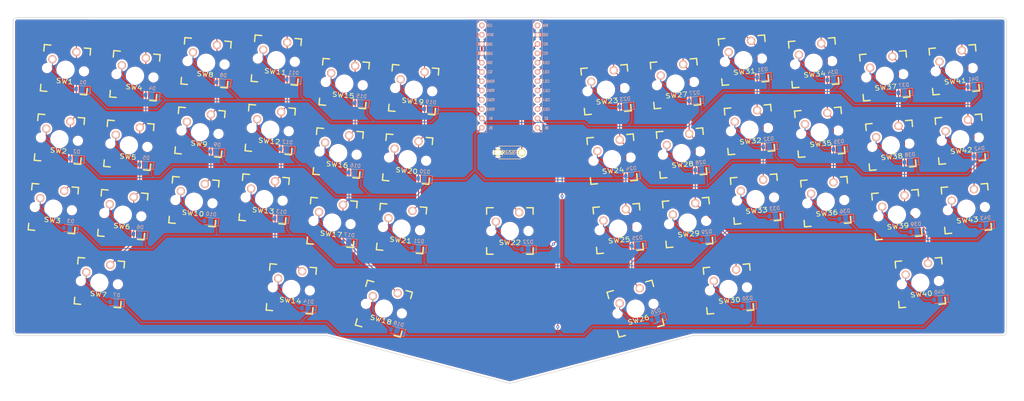
<source format=kicad_pcb>
(kicad_pcb (version 20171130) (host pcbnew "(5.1.0)-1")
  (layers (0 F.Cu signal) (31 B.Cu signal) (34 B.Paste user) (35 F.Paste user) (36 B.SilkS user) (37 F.SilkS user) (38 B.Mask user) (39 F.Mask user) (44 Edge.Cuts user))
  (net 0 "")
  (net 1 "Net-(D1-Pad2)")
  (net 2 row0)
  (net 3 "Net-(D2-Pad2)")
  (net 4 row1)
  (net 5 row2)
  (net 6 "Net-(D3-Pad2)")
  (net 7 "Net-(D4-Pad2)")
  (net 8 "Net-(D5-Pad2)")
  (net 9 "Net-(D6-Pad2)")
  (net 10 row3)
  (net 11 "Net-(D7-Pad2)")
  (net 12 "Net-(D8-Pad2)")
  (net 13 "Net-(D9-Pad2)")
  (net 14 "Net-(D10-Pad2)")
  (net 15 "Net-(D11-Pad2)")
  (net 16 "Net-(D12-Pad2)")
  (net 17 "Net-(D13-Pad2)")
  (net 18 "Net-(D14-Pad2)")
  (net 19 "Net-(D15-Pad2)")
  (net 20 "Net-(D16-Pad2)")
  (net 21 "Net-(D17-Pad2)")
  (net 22 "Net-(D18-Pad2)")
  (net 23 "Net-(D19-Pad2)")
  (net 24 "Net-(D20-Pad2)")
  (net 25 "Net-(D21-Pad2)")
  (net 26 "Net-(D22-Pad2)")
  (net 27 "Net-(D23-Pad2)")
  (net 28 "Net-(D24-Pad2)")
  (net 29 "Net-(D25-Pad2)")
  (net 30 "Net-(D26-Pad2)")
  (net 31 "Net-(D27-Pad2)")
  (net 32 "Net-(D28-Pad2)")
  (net 33 "Net-(D29-Pad2)")
  (net 34 "Net-(D30-Pad2)")
  (net 35 "Net-(D31-Pad2)")
  (net 36 "Net-(D32-Pad2)")
  (net 37 "Net-(D33-Pad2)")
  (net 38 "Net-(D34-Pad2)")
  (net 39 "Net-(D35-Pad2)")
  (net 40 "Net-(D36-Pad2)")
  (net 41 "Net-(D37-Pad2)")
  (net 42 "Net-(D38-Pad2)")
  (net 43 "Net-(D39-Pad2)")
  (net 44 "Net-(D40-Pad2)")
  (net 45 "Net-(D41-Pad2)")
  (net 46 "Net-(D42-Pad2)")
  (net 47 "Net-(D43-Pad2)")
  (net 48 col0)
  (net 49 col1)
  (net 50 col2)
  (net 51 col3)
  (net 52 col4)
  (net 53 col5)
  (net 54 col6)
  (net 55 col7)
  (net 56 col8)
  (net 57 col9)
  (net 58 col10)
  (net 59 col11)
  (net 60 reset)
  (net 61 GND)
  (net 62 "Net-(U1-Pad1)")
  (net 63 "Net-(U1-Pad2)")
  (net 64 VCC)
  (net 65 "Net-(U1-Pad24)")
  (module Keebio-Parts:MX_PCB_100H (layer F.Cu) (at 331.896073 149.869244 5)
    (fp_text reference SW43 (at 0 3.175 5) (layer F.SilkS) (effects (font (size 1.27 1.524) (thickness 0.2032))))
    (fp_text value SW_PUSH hide)
    (pad HOLE np_thru_hole circle (at 5.08 0 5) (size 1.8 1.8) (drill 1.8) (layers *.Cu))
    (pad HOLE np_thru_hole circle (at -5.08 0 5) (size 1.8 1.8) (drill 1.8) (layers *.Cu))
    (pad HOLE np_thru_hole circle (at 0 0 5) (size 3.9878 3.9878) (drill 3.9878) (layers *.Cu))
    (pad 2 thru_hole circle (at -3.81 -2.54 5) (size 2.286 2.286) (drill 1.4986) (layers *.Cu *.SilkS *.Mask) (net 47 "Net-(D43-Pad2)"))
    (pad 1 thru_hole circle (at 2.54 -5.08 5) (size 2.286 2.286) (drill 1.4986) (layers *.Cu *.SilkS *.Mask) (net 59 col11))
  )
  (module Keebio-Parts:MX_PCB_100H (layer F.Cu) (at 330.235756 130.891735 5)
    (fp_text reference SW42 (at 0 3.175 5) (layer F.SilkS) (effects (font (size 1.27 1.524) (thickness 0.2032))))
    (fp_text value SW_PUSH hide)
    (pad HOLE np_thru_hole circle (at 5.08 0 5) (size 1.8 1.8) (drill 1.8) (layers *.Cu))
    (pad HOLE np_thru_hole circle (at -5.08 0 5) (size 1.8 1.8) (drill 1.8) (layers *.Cu))
    (pad HOLE np_thru_hole circle (at 0 0 5) (size 3.9878 3.9878) (drill 3.9878) (layers *.Cu))
    (pad 2 thru_hole circle (at -3.81 -2.54 5) (size 2.286 2.286) (drill 1.4986) (layers *.Cu *.SilkS *.Mask) (net 46 "Net-(D42-Pad2)"))
    (pad 1 thru_hole circle (at 2.54 -5.08 5) (size 2.286 2.286) (drill 1.4986) (layers *.Cu *.SilkS *.Mask) (net 59 col11))
  )
  (module Keebio-Parts:MX_PCB_100H (layer F.Cu) (at 328.575439 111.914226 5)
    (fp_text reference SW41 (at 0 3.175 5) (layer F.SilkS) (effects (font (size 1.27 1.524) (thickness 0.2032))))
    (fp_text value SW_PUSH hide)
    (pad HOLE np_thru_hole circle (at 5.08 0 5) (size 1.8 1.8) (drill 1.8) (layers *.Cu))
    (pad HOLE np_thru_hole circle (at -5.08 0 5) (size 1.8 1.8) (drill 1.8) (layers *.Cu))
    (pad HOLE np_thru_hole circle (at 0 0 5) (size 3.9878 3.9878) (drill 3.9878) (layers *.Cu))
    (pad 2 thru_hole circle (at -3.81 -2.54 5) (size 2.286 2.286) (drill 1.4986) (layers *.Cu *.SilkS *.Mask) (net 45 "Net-(D41-Pad2)"))
    (pad 1 thru_hole circle (at 2.54 -5.08 5) (size 2.286 2.286) (drill 1.4986) (layers *.Cu *.SilkS *.Mask) (net 59 col11))
  )
  (module Keebio-Parts:MX_PCB_150H (layer F.Cu) (at 319.323756 170.091947 5)
    (fp_text reference SW40 (at 0 3.175 5) (layer F.SilkS) (effects (font (size 1.27 1.524) (thickness 0.2032))))
    (fp_text value SW_PUSH hide)
    (pad HOLE np_thru_hole circle (at 5.08 0 5) (size 1.8 1.8) (drill 1.8) (layers *.Cu))
    (pad HOLE np_thru_hole circle (at -5.08 0 5) (size 1.8 1.8) (drill 1.8) (layers *.Cu))
    (pad HOLE np_thru_hole circle (at 0 0 5) (size 3.9878 3.9878) (drill 3.9878) (layers *.Cu))
    (pad 2 thru_hole circle (at -3.81 -2.54 5) (size 2.286 2.286) (drill 1.4986) (layers *.Cu *.SilkS *.Mask) (net 44 "Net-(D40-Pad2)"))
    (pad 1 thru_hole circle (at 2.54 -5.08 5) (size 2.286 2.286) (drill 1.4986) (layers *.Cu *.SilkS *.Mask) (net 58 col10))
  )
  (module Keebio-Parts:MX_PCB_100H (layer F.Cu) (at 312.918564 151.529561 5)
    (fp_text reference SW39 (at 0 3.175 5) (layer F.SilkS) (effects (font (size 1.27 1.524) (thickness 0.2032))))
    (fp_text value SW_PUSH hide)
    (pad HOLE np_thru_hole circle (at 5.08 0 5) (size 1.8 1.8) (drill 1.8) (layers *.Cu))
    (pad HOLE np_thru_hole circle (at -5.08 0 5) (size 1.8 1.8) (drill 1.8) (layers *.Cu))
    (pad HOLE np_thru_hole circle (at 0 0 5) (size 3.9878 3.9878) (drill 3.9878) (layers *.Cu))
    (pad 2 thru_hole circle (at -3.81 -2.54 5) (size 2.286 2.286) (drill 1.4986) (layers *.Cu *.SilkS *.Mask) (net 43 "Net-(D39-Pad2)"))
    (pad 1 thru_hole circle (at 2.54 -5.08 5) (size 2.286 2.286) (drill 1.4986) (layers *.Cu *.SilkS *.Mask) (net 58 col10))
  )
  (module Keebio-Parts:MX_PCB_100H (layer F.Cu) (at 311.258247 132.552052 5)
    (fp_text reference SW38 (at 0 3.175 5) (layer F.SilkS) (effects (font (size 1.27 1.524) (thickness 0.2032))))
    (fp_text value SW_PUSH hide)
    (pad HOLE np_thru_hole circle (at 5.08 0 5) (size 1.8 1.8) (drill 1.8) (layers *.Cu))
    (pad HOLE np_thru_hole circle (at -5.08 0 5) (size 1.8 1.8) (drill 1.8) (layers *.Cu))
    (pad HOLE np_thru_hole circle (at 0 0 5) (size 3.9878 3.9878) (drill 3.9878) (layers *.Cu))
    (pad 2 thru_hole circle (at -3.81 -2.54 5) (size 2.286 2.286) (drill 1.4986) (layers *.Cu *.SilkS *.Mask) (net 42 "Net-(D38-Pad2)"))
    (pad 1 thru_hole circle (at 2.54 -5.08 5) (size 2.286 2.286) (drill 1.4986) (layers *.Cu *.SilkS *.Mask) (net 58 col10))
  )
  (module Keebio-Parts:MX_PCB_100H (layer F.Cu) (at 309.59793 113.574543 5)
    (fp_text reference SW37 (at 0 3.175 5) (layer F.SilkS) (effects (font (size 1.27 1.524) (thickness 0.2032))))
    (fp_text value SW_PUSH hide)
    (pad HOLE np_thru_hole circle (at 5.08 0 5) (size 1.8 1.8) (drill 1.8) (layers *.Cu))
    (pad HOLE np_thru_hole circle (at -5.08 0 5) (size 1.8 1.8) (drill 1.8) (layers *.Cu))
    (pad HOLE np_thru_hole circle (at 0 0 5) (size 3.9878 3.9878) (drill 3.9878) (layers *.Cu))
    (pad 2 thru_hole circle (at -3.81 -2.54 5) (size 2.286 2.286) (drill 1.4986) (layers *.Cu *.SilkS *.Mask) (net 41 "Net-(D37-Pad2)"))
    (pad 1 thru_hole circle (at 2.54 -5.08 5) (size 2.286 2.286) (drill 1.4986) (layers *.Cu *.SilkS *.Mask) (net 58 col10))
  )
  (module Keebio-Parts:MX_PCB_100H (layer F.Cu) (at 293.484468 147.971063 5)
    (fp_text reference SW36 (at 0 3.175 5) (layer F.SilkS) (effects (font (size 1.27 1.524) (thickness 0.2032))))
    (fp_text value SW_PUSH hide)
    (pad HOLE np_thru_hole circle (at 5.08 0 5) (size 1.8 1.8) (drill 1.8) (layers *.Cu))
    (pad HOLE np_thru_hole circle (at -5.08 0 5) (size 1.8 1.8) (drill 1.8) (layers *.Cu))
    (pad HOLE np_thru_hole circle (at 0 0 5) (size 3.9878 3.9878) (drill 3.9878) (layers *.Cu))
    (pad 2 thru_hole circle (at -3.81 -2.54 5) (size 2.286 2.286) (drill 1.4986) (layers *.Cu *.SilkS *.Mask) (net 40 "Net-(D36-Pad2)"))
    (pad 1 thru_hole circle (at 2.54 -5.08 5) (size 2.286 2.286) (drill 1.4986) (layers *.Cu *.SilkS *.Mask) (net 57 col9))
  )
  (module Keebio-Parts:MX_PCB_100H (layer F.Cu) (at 291.824151 128.993554 5)
    (fp_text reference SW35 (at 0 3.175 5) (layer F.SilkS) (effects (font (size 1.27 1.524) (thickness 0.2032))))
    (fp_text value SW_PUSH hide)
    (pad HOLE np_thru_hole circle (at 5.08 0 5) (size 1.8 1.8) (drill 1.8) (layers *.Cu))
    (pad HOLE np_thru_hole circle (at -5.08 0 5) (size 1.8 1.8) (drill 1.8) (layers *.Cu))
    (pad HOLE np_thru_hole circle (at 0 0 5) (size 3.9878 3.9878) (drill 3.9878) (layers *.Cu))
    (pad 2 thru_hole circle (at -3.81 -2.54 5) (size 2.286 2.286) (drill 1.4986) (layers *.Cu *.SilkS *.Mask) (net 39 "Net-(D35-Pad2)"))
    (pad 1 thru_hole circle (at 2.54 -5.08 5) (size 2.286 2.286) (drill 1.4986) (layers *.Cu *.SilkS *.Mask) (net 57 col9))
  )
  (module Keebio-Parts:MX_PCB_100H (layer F.Cu) (at 290.163834 110.016044 5)
    (fp_text reference SW34 (at 0 3.175 5) (layer F.SilkS) (effects (font (size 1.27 1.524) (thickness 0.2032))))
    (fp_text value SW_PUSH hide)
    (pad HOLE np_thru_hole circle (at 5.08 0 5) (size 1.8 1.8) (drill 1.8) (layers *.Cu))
    (pad HOLE np_thru_hole circle (at -5.08 0 5) (size 1.8 1.8) (drill 1.8) (layers *.Cu))
    (pad HOLE np_thru_hole circle (at 0 0 5) (size 3.9878 3.9878) (drill 3.9878) (layers *.Cu))
    (pad 2 thru_hole circle (at -3.81 -2.54 5) (size 2.286 2.286) (drill 1.4986) (layers *.Cu *.SilkS *.Mask) (net 38 "Net-(D34-Pad2)"))
    (pad 1 thru_hole circle (at 2.54 -5.08 5) (size 2.286 2.286) (drill 1.4986) (layers *.Cu *.SilkS *.Mask) (net 57 col9))
  )
  (module Keebio-Parts:MX_PCB_100H (layer F.Cu) (at 274.299419 147.259191 5)
    (fp_text reference SW33 (at 0 3.175 5) (layer F.SilkS) (effects (font (size 1.27 1.524) (thickness 0.2032))))
    (fp_text value SW_PUSH hide)
    (pad HOLE np_thru_hole circle (at 5.08 0 5) (size 1.8 1.8) (drill 1.8) (layers *.Cu))
    (pad HOLE np_thru_hole circle (at -5.08 0 5) (size 1.8 1.8) (drill 1.8) (layers *.Cu))
    (pad HOLE np_thru_hole circle (at 0 0 5) (size 3.9878 3.9878) (drill 3.9878) (layers *.Cu))
    (pad 2 thru_hole circle (at -3.81 -2.54 5) (size 2.286 2.286) (drill 1.4986) (layers *.Cu *.SilkS *.Mask) (net 37 "Net-(D33-Pad2)"))
    (pad 1 thru_hole circle (at 2.54 -5.08 5) (size 2.286 2.286) (drill 1.4986) (layers *.Cu *.SilkS *.Mask) (net 56 col8))
  )
  (module Keebio-Parts:MX_PCB_100H (layer F.Cu) (at 272.639102 128.281682 5)
    (fp_text reference SW32 (at 0 3.175 5) (layer F.SilkS) (effects (font (size 1.27 1.524) (thickness 0.2032))))
    (fp_text value SW_PUSH hide)
    (pad HOLE np_thru_hole circle (at 5.08 0 5) (size 1.8 1.8) (drill 1.8) (layers *.Cu))
    (pad HOLE np_thru_hole circle (at -5.08 0 5) (size 1.8 1.8) (drill 1.8) (layers *.Cu))
    (pad HOLE np_thru_hole circle (at 0 0 5) (size 3.9878 3.9878) (drill 3.9878) (layers *.Cu))
    (pad 2 thru_hole circle (at -3.81 -2.54 5) (size 2.286 2.286) (drill 1.4986) (layers *.Cu *.SilkS *.Mask) (net 36 "Net-(D32-Pad2)"))
    (pad 1 thru_hole circle (at 2.54 -5.08 5) (size 2.286 2.286) (drill 1.4986) (layers *.Cu *.SilkS *.Mask) (net 56 col8))
  )
  (module Keebio-Parts:MX_PCB_100H (layer F.Cu) (at 270.978786 109.304173 5)
    (fp_text reference SW31 (at 0 3.175 5) (layer F.SilkS) (effects (font (size 1.27 1.524) (thickness 0.2032))))
    (fp_text value SW_PUSH hide)
    (pad HOLE np_thru_hole circle (at 5.08 0 5) (size 1.8 1.8) (drill 1.8) (layers *.Cu))
    (pad HOLE np_thru_hole circle (at -5.08 0 5) (size 1.8 1.8) (drill 1.8) (layers *.Cu))
    (pad HOLE np_thru_hole circle (at 0 0 5) (size 3.9878 3.9878) (drill 3.9878) (layers *.Cu))
    (pad 2 thru_hole circle (at -3.81 -2.54 5) (size 2.286 2.286) (drill 1.4986) (layers *.Cu *.SilkS *.Mask) (net 35 "Net-(D31-Pad2)"))
    (pad 1 thru_hole circle (at 2.54 -5.08 5) (size 2.286 2.286) (drill 1.4986) (layers *.Cu *.SilkS *.Mask) (net 56 col8))
  )
  (module Keebio-Parts:MX_PCB_100H (layer F.Cu) (at 266.886061 171.811236 5)
    (fp_text reference SW30 (at 0 3.175 5) (layer F.SilkS) (effects (font (size 1.27 1.524) (thickness 0.2032))))
    (fp_text value SW_PUSH hide)
    (pad HOLE np_thru_hole circle (at 5.08 0 5) (size 1.8 1.8) (drill 1.8) (layers *.Cu))
    (pad HOLE np_thru_hole circle (at -5.08 0 5) (size 1.8 1.8) (drill 1.8) (layers *.Cu))
    (pad HOLE np_thru_hole circle (at 0 0 5) (size 3.9878 3.9878) (drill 3.9878) (layers *.Cu))
    (pad 2 thru_hole circle (at -3.81 -2.54 5) (size 2.286 2.286) (drill 1.4986) (layers *.Cu *.SilkS *.Mask) (net 34 "Net-(D30-Pad2)"))
    (pad 1 thru_hole circle (at 2.54 -5.08 5) (size 2.286 2.286) (drill 1.4986) (layers *.Cu *.SilkS *.Mask) (net 55 col7))
  )
  (module Keebio-Parts:MX_PCB_100H (layer F.Cu) (at 255.73699 153.663885 5)
    (fp_text reference SW29 (at 0 3.175 5) (layer F.SilkS) (effects (font (size 1.27 1.524) (thickness 0.2032))))
    (fp_text value SW_PUSH hide)
    (pad HOLE np_thru_hole circle (at 5.08 0 5) (size 1.8 1.8) (drill 1.8) (layers *.Cu))
    (pad HOLE np_thru_hole circle (at -5.08 0 5) (size 1.8 1.8) (drill 1.8) (layers *.Cu))
    (pad HOLE np_thru_hole circle (at 0 0 5) (size 3.9878 3.9878) (drill 3.9878) (layers *.Cu))
    (pad 2 thru_hole circle (at -3.81 -2.54 5) (size 2.286 2.286) (drill 1.4986) (layers *.Cu *.SilkS *.Mask) (net 33 "Net-(D29-Pad2)"))
    (pad 1 thru_hole circle (at 2.54 -5.08 5) (size 2.286 2.286) (drill 1.4986) (layers *.Cu *.SilkS *.Mask) (net 55 col7))
  )
  (module Keebio-Parts:MX_PCB_100H (layer F.Cu) (at 254.076673 134.686376 5)
    (fp_text reference SW28 (at 0 3.175 5) (layer F.SilkS) (effects (font (size 1.27 1.524) (thickness 0.2032))))
    (fp_text value SW_PUSH hide)
    (pad HOLE np_thru_hole circle (at 5.08 0 5) (size 1.8 1.8) (drill 1.8) (layers *.Cu))
    (pad HOLE np_thru_hole circle (at -5.08 0 5) (size 1.8 1.8) (drill 1.8) (layers *.Cu))
    (pad HOLE np_thru_hole circle (at 0 0 5) (size 3.9878 3.9878) (drill 3.9878) (layers *.Cu))
    (pad 2 thru_hole circle (at -3.81 -2.54 5) (size 2.286 2.286) (drill 1.4986) (layers *.Cu *.SilkS *.Mask) (net 32 "Net-(D28-Pad2)"))
    (pad 1 thru_hole circle (at 2.54 -5.08 5) (size 2.286 2.286) (drill 1.4986) (layers *.Cu *.SilkS *.Mask) (net 55 col7))
  )
  (module Keebio-Parts:MX_PCB_100H (layer F.Cu) (at 252.416356 115.708866 5)
    (fp_text reference SW27 (at 0 3.175 5) (layer F.SilkS) (effects (font (size 1.27 1.524) (thickness 0.2032))))
    (fp_text value SW_PUSH hide)
    (pad HOLE np_thru_hole circle (at 5.08 0 5) (size 1.8 1.8) (drill 1.8) (layers *.Cu))
    (pad HOLE np_thru_hole circle (at -5.08 0 5) (size 1.8 1.8) (drill 1.8) (layers *.Cu))
    (pad HOLE np_thru_hole circle (at 0 0 5) (size 3.9878 3.9878) (drill 3.9878) (layers *.Cu))
    (pad 2 thru_hole circle (at -3.81 -2.54 5) (size 2.286 2.286) (drill 1.4986) (layers *.Cu *.SilkS *.Mask) (net 31 "Net-(D27-Pad2)"))
    (pad 1 thru_hole circle (at 2.54 -5.08 5) (size 2.286 2.286) (drill 1.4986) (layers *.Cu *.SilkS *.Mask) (net 55 col7))
  )
  (module Keebio-Parts:MX_PCB_125H (layer F.Cu) (at 241.506973 177.205236 15)
    (fp_text reference SW26 (at 0 3.175 15) (layer F.SilkS) (effects (font (size 1.27 1.524) (thickness 0.2032))))
    (fp_text value SW_PUSH hide)
    (pad HOLE np_thru_hole circle (at 5.08 0 15) (size 1.8 1.8) (drill 1.8) (layers *.Cu))
    (pad HOLE np_thru_hole circle (at -5.08 0 15) (size 1.8 1.8) (drill 1.8) (layers *.Cu))
    (pad HOLE np_thru_hole circle (at 0 0 15) (size 3.9878 3.9878) (drill 3.9878) (layers *.Cu))
    (pad 2 thru_hole circle (at -3.81 -2.54 15) (size 2.286 2.286) (drill 1.4986) (layers *.Cu *.SilkS *.Mask) (net 30 "Net-(D26-Pad2)"))
    (pad 1 thru_hole circle (at 2.54 -5.08 15) (size 2.286 2.286) (drill 1.4986) (layers *.Cu *.SilkS *.Mask) (net 54 col6))
  )
  (module Keebio-Parts:MX_PCB_100H (layer F.Cu) (at 236.759481 155.324202 5)
    (fp_text reference SW25 (at 0 3.175 5) (layer F.SilkS) (effects (font (size 1.27 1.524) (thickness 0.2032))))
    (fp_text value SW_PUSH hide)
    (pad HOLE np_thru_hole circle (at 5.08 0 5) (size 1.8 1.8) (drill 1.8) (layers *.Cu))
    (pad HOLE np_thru_hole circle (at -5.08 0 5) (size 1.8 1.8) (drill 1.8) (layers *.Cu))
    (pad HOLE np_thru_hole circle (at 0 0 5) (size 3.9878 3.9878) (drill 3.9878) (layers *.Cu))
    (pad 2 thru_hole circle (at -3.81 -2.54 5) (size 2.286 2.286) (drill 1.4986) (layers *.Cu *.SilkS *.Mask) (net 29 "Net-(D25-Pad2)"))
    (pad 1 thru_hole circle (at 2.54 -5.08 5) (size 2.286 2.286) (drill 1.4986) (layers *.Cu *.SilkS *.Mask) (net 54 col6))
  )
  (module Keebio-Parts:MX_PCB_100H (layer F.Cu) (at 235.099164 136.346693 5)
    (fp_text reference SW24 (at 0 3.175 5) (layer F.SilkS) (effects (font (size 1.27 1.524) (thickness 0.2032))))
    (fp_text value SW_PUSH hide)
    (pad HOLE np_thru_hole circle (at 5.08 0 5) (size 1.8 1.8) (drill 1.8) (layers *.Cu))
    (pad HOLE np_thru_hole circle (at -5.08 0 5) (size 1.8 1.8) (drill 1.8) (layers *.Cu))
    (pad HOLE np_thru_hole circle (at 0 0 5) (size 3.9878 3.9878) (drill 3.9878) (layers *.Cu))
    (pad 2 thru_hole circle (at -3.81 -2.54 5) (size 2.286 2.286) (drill 1.4986) (layers *.Cu *.SilkS *.Mask) (net 28 "Net-(D24-Pad2)"))
    (pad 1 thru_hole circle (at 2.54 -5.08 5) (size 2.286 2.286) (drill 1.4986) (layers *.Cu *.SilkS *.Mask) (net 54 col6))
  )
  (module Keebio-Parts:MX_PCB_100H (layer F.Cu) (at 233.438847 117.369183 5)
    (fp_text reference SW23 (at 0 3.175 5) (layer F.SilkS) (effects (font (size 1.27 1.524) (thickness 0.2032))))
    (fp_text value SW_PUSH hide)
    (pad HOLE np_thru_hole circle (at 5.08 0 5) (size 1.8 1.8) (drill 1.8) (layers *.Cu))
    (pad HOLE np_thru_hole circle (at -5.08 0 5) (size 1.8 1.8) (drill 1.8) (layers *.Cu))
    (pad HOLE np_thru_hole circle (at 0 0 5) (size 3.9878 3.9878) (drill 3.9878) (layers *.Cu))
    (pad 2 thru_hole circle (at -3.81 -2.54 5) (size 2.286 2.286) (drill 1.4986) (layers *.Cu *.SilkS *.Mask) (net 27 "Net-(D23-Pad2)"))
    (pad 1 thru_hole circle (at 2.54 -5.08 5) (size 2.286 2.286) (drill 1.4986) (layers *.Cu *.SilkS *.Mask) (net 54 col6))
  )
  (module Keebio-Parts:MX_PCB_100H (layer F.Cu) (at 207.1691 155.97233)
    (fp_text reference SW22 (at 0 3.175) (layer F.SilkS) (effects (font (size 1.27 1.524) (thickness 0.2032))))
    (fp_text value SW_PUSH hide)
    (pad HOLE np_thru_hole circle (at 5.08 0) (size 1.8 1.8) (drill 1.8) (layers *.Cu))
    (pad HOLE np_thru_hole circle (at -5.08 0) (size 1.8 1.8) (drill 1.8) (layers *.Cu))
    (pad HOLE np_thru_hole circle (at 0 0) (size 3.9878 3.9878) (drill 3.9878) (layers *.Cu))
    (pad 2 thru_hole circle (at -3.81 -2.54) (size 2.286 2.286) (drill 1.4986) (layers *.Cu *.SilkS *.Mask) (net 26 "Net-(D22-Pad2)"))
    (pad 1 thru_hole circle (at 2.54 -5.08) (size 2.286 2.286) (drill 1.4986) (layers *.Cu *.SilkS *.Mask) (net 53 col5))
  )
  (module Keebio-Parts:MX_PCB_100H (layer F.Cu) (at 177.578719 155.324202 355)
    (fp_text reference SW21 (at 0 3.175 355) (layer F.SilkS) (effects (font (size 1.27 1.524) (thickness 0.2032))))
    (fp_text value SW_PUSH hide)
    (pad HOLE np_thru_hole circle (at 5.08 0 355) (size 1.8 1.8) (drill 1.8) (layers *.Cu))
    (pad HOLE np_thru_hole circle (at -5.08 0 355) (size 1.8 1.8) (drill 1.8) (layers *.Cu))
    (pad HOLE np_thru_hole circle (at 0 0 355) (size 3.9878 3.9878) (drill 3.9878) (layers *.Cu))
    (pad 2 thru_hole circle (at -3.81 -2.54 355) (size 2.286 2.286) (drill 1.4986) (layers *.Cu *.SilkS *.Mask) (net 25 "Net-(D21-Pad2)"))
    (pad 1 thru_hole circle (at 2.54 -5.08 355) (size 2.286 2.286) (drill 1.4986) (layers *.Cu *.SilkS *.Mask) (net 53 col5))
  )
  (module Keebio-Parts:MX_PCB_100H (layer F.Cu) (at 179.239036 136.346693 355)
    (fp_text reference SW20 (at 0 3.175 355) (layer F.SilkS) (effects (font (size 1.27 1.524) (thickness 0.2032))))
    (fp_text value SW_PUSH hide)
    (pad HOLE np_thru_hole circle (at 5.08 0 355) (size 1.8 1.8) (drill 1.8) (layers *.Cu))
    (pad HOLE np_thru_hole circle (at -5.08 0 355) (size 1.8 1.8) (drill 1.8) (layers *.Cu))
    (pad HOLE np_thru_hole circle (at 0 0 355) (size 3.9878 3.9878) (drill 3.9878) (layers *.Cu))
    (pad 2 thru_hole circle (at -3.81 -2.54 355) (size 2.286 2.286) (drill 1.4986) (layers *.Cu *.SilkS *.Mask) (net 24 "Net-(D20-Pad2)"))
    (pad 1 thru_hole circle (at 2.54 -5.08 355) (size 2.286 2.286) (drill 1.4986) (layers *.Cu *.SilkS *.Mask) (net 53 col5))
  )
  (module Keebio-Parts:MX_PCB_100H (layer F.Cu) (at 180.899353 117.369183 355)
    (fp_text reference SW19 (at 0 3.175 355) (layer F.SilkS) (effects (font (size 1.27 1.524) (thickness 0.2032))))
    (fp_text value SW_PUSH hide)
    (pad HOLE np_thru_hole circle (at 5.08 0 355) (size 1.8 1.8) (drill 1.8) (layers *.Cu))
    (pad HOLE np_thru_hole circle (at -5.08 0 355) (size 1.8 1.8) (drill 1.8) (layers *.Cu))
    (pad HOLE np_thru_hole circle (at 0 0 355) (size 3.9878 3.9878) (drill 3.9878) (layers *.Cu))
    (pad 2 thru_hole circle (at -3.81 -2.54 355) (size 2.286 2.286) (drill 1.4986) (layers *.Cu *.SilkS *.Mask) (net 23 "Net-(D19-Pad2)"))
    (pad 1 thru_hole circle (at 2.54 -5.08 355) (size 2.286 2.286) (drill 1.4986) (layers *.Cu *.SilkS *.Mask) (net 53 col5))
  )
  (module Keebio-Parts:MX_PCB_125H (layer F.Cu) (at 172.753853 177.198467 345)
    (fp_text reference SW18 (at 0 3.175 345) (layer F.SilkS) (effects (font (size 1.27 1.524) (thickness 0.2032))))
    (fp_text value SW_PUSH hide)
    (pad HOLE np_thru_hole circle (at 5.08 0 345) (size 1.8 1.8) (drill 1.8) (layers *.Cu))
    (pad HOLE np_thru_hole circle (at -5.08 0 345) (size 1.8 1.8) (drill 1.8) (layers *.Cu))
    (pad HOLE np_thru_hole circle (at 0 0 345) (size 3.9878 3.9878) (drill 3.9878) (layers *.Cu))
    (pad 2 thru_hole circle (at -3.81 -2.54 345) (size 2.286 2.286) (drill 1.4986) (layers *.Cu *.SilkS *.Mask) (net 22 "Net-(D18-Pad2)"))
    (pad 1 thru_hole circle (at 2.54 -5.08 345) (size 2.286 2.286) (drill 1.4986) (layers *.Cu *.SilkS *.Mask) (net 52 col4))
  )
  (module Keebio-Parts:MX_PCB_100H (layer F.Cu) (at 158.60121 153.663885 355)
    (fp_text reference SW17 (at 0 3.175 355) (layer F.SilkS) (effects (font (size 1.27 1.524) (thickness 0.2032))))
    (fp_text value SW_PUSH hide)
    (pad HOLE np_thru_hole circle (at 5.08 0 355) (size 1.8 1.8) (drill 1.8) (layers *.Cu))
    (pad HOLE np_thru_hole circle (at -5.08 0 355) (size 1.8 1.8) (drill 1.8) (layers *.Cu))
    (pad HOLE np_thru_hole circle (at 0 0 355) (size 3.9878 3.9878) (drill 3.9878) (layers *.Cu))
    (pad 2 thru_hole circle (at -3.81 -2.54 355) (size 2.286 2.286) (drill 1.4986) (layers *.Cu *.SilkS *.Mask) (net 21 "Net-(D17-Pad2)"))
    (pad 1 thru_hole circle (at 2.54 -5.08 355) (size 2.286 2.286) (drill 1.4986) (layers *.Cu *.SilkS *.Mask) (net 52 col4))
  )
  (module Keebio-Parts:MX_PCB_100H (layer F.Cu) (at 160.261527 134.686376 355)
    (fp_text reference SW16 (at 0 3.175 355) (layer F.SilkS) (effects (font (size 1.27 1.524) (thickness 0.2032))))
    (fp_text value SW_PUSH hide)
    (pad HOLE np_thru_hole circle (at 5.08 0 355) (size 1.8 1.8) (drill 1.8) (layers *.Cu))
    (pad HOLE np_thru_hole circle (at -5.08 0 355) (size 1.8 1.8) (drill 1.8) (layers *.Cu))
    (pad HOLE np_thru_hole circle (at 0 0 355) (size 3.9878 3.9878) (drill 3.9878) (layers *.Cu))
    (pad 2 thru_hole circle (at -3.81 -2.54 355) (size 2.286 2.286) (drill 1.4986) (layers *.Cu *.SilkS *.Mask) (net 20 "Net-(D16-Pad2)"))
    (pad 1 thru_hole circle (at 2.54 -5.08 355) (size 2.286 2.286) (drill 1.4986) (layers *.Cu *.SilkS *.Mask) (net 52 col4))
  )
  (module Keebio-Parts:MX_PCB_100H (layer F.Cu) (at 161.921844 115.708866 355)
    (fp_text reference SW15 (at 0 3.175 355) (layer F.SilkS) (effects (font (size 1.27 1.524) (thickness 0.2032))))
    (fp_text value SW_PUSH hide)
    (pad HOLE np_thru_hole circle (at 5.08 0 355) (size 1.8 1.8) (drill 1.8) (layers *.Cu))
    (pad HOLE np_thru_hole circle (at -5.08 0 355) (size 1.8 1.8) (drill 1.8) (layers *.Cu))
    (pad HOLE np_thru_hole circle (at 0 0 355) (size 3.9878 3.9878) (drill 3.9878) (layers *.Cu))
    (pad 2 thru_hole circle (at -3.81 -2.54 355) (size 2.286 2.286) (drill 1.4986) (layers *.Cu *.SilkS *.Mask) (net 19 "Net-(D15-Pad2)"))
    (pad 1 thru_hole circle (at 2.54 -5.08 355) (size 2.286 2.286) (drill 1.4986) (layers *.Cu *.SilkS *.Mask) (net 52 col4))
  )
  (module Keebio-Parts:MX_PCB_100H (layer F.Cu) (at 147.452139 171.811236 355)
    (fp_text reference SW14 (at 0 3.175 355) (layer F.SilkS) (effects (font (size 1.27 1.524) (thickness 0.2032))))
    (fp_text value SW_PUSH hide)
    (pad HOLE np_thru_hole circle (at 5.08 0 355) (size 1.8 1.8) (drill 1.8) (layers *.Cu))
    (pad HOLE np_thru_hole circle (at -5.08 0 355) (size 1.8 1.8) (drill 1.8) (layers *.Cu))
    (pad HOLE np_thru_hole circle (at 0 0 355) (size 3.9878 3.9878) (drill 3.9878) (layers *.Cu))
    (pad 2 thru_hole circle (at -3.81 -2.54 355) (size 2.286 2.286) (drill 1.4986) (layers *.Cu *.SilkS *.Mask) (net 18 "Net-(D14-Pad2)"))
    (pad 1 thru_hole circle (at 2.54 -5.08 355) (size 2.286 2.286) (drill 1.4986) (layers *.Cu *.SilkS *.Mask) (net 51 col3))
  )
  (module Keebio-Parts:MX_PCB_100H (layer F.Cu) (at 140.038781 147.259191 355)
    (fp_text reference SW13 (at 0 3.175 355) (layer F.SilkS) (effects (font (size 1.27 1.524) (thickness 0.2032))))
    (fp_text value SW_PUSH hide)
    (pad HOLE np_thru_hole circle (at 5.08 0 355) (size 1.8 1.8) (drill 1.8) (layers *.Cu))
    (pad HOLE np_thru_hole circle (at -5.08 0 355) (size 1.8 1.8) (drill 1.8) (layers *.Cu))
    (pad HOLE np_thru_hole circle (at 0 0 355) (size 3.9878 3.9878) (drill 3.9878) (layers *.Cu))
    (pad 2 thru_hole circle (at -3.81 -2.54 355) (size 2.286 2.286) (drill 1.4986) (layers *.Cu *.SilkS *.Mask) (net 17 "Net-(D13-Pad2)"))
    (pad 1 thru_hole circle (at 2.54 -5.08 355) (size 2.286 2.286) (drill 1.4986) (layers *.Cu *.SilkS *.Mask) (net 51 col3))
  )
  (module Keebio-Parts:MX_PCB_100H (layer F.Cu) (at 141.699098 128.281682 355)
    (fp_text reference SW12 (at 0 3.175 355) (layer F.SilkS) (effects (font (size 1.27 1.524) (thickness 0.2032))))
    (fp_text value SW_PUSH hide)
    (pad HOLE np_thru_hole circle (at 5.08 0 355) (size 1.8 1.8) (drill 1.8) (layers *.Cu))
    (pad HOLE np_thru_hole circle (at -5.08 0 355) (size 1.8 1.8) (drill 1.8) (layers *.Cu))
    (pad HOLE np_thru_hole circle (at 0 0 355) (size 3.9878 3.9878) (drill 3.9878) (layers *.Cu))
    (pad 2 thru_hole circle (at -3.81 -2.54 355) (size 2.286 2.286) (drill 1.4986) (layers *.Cu *.SilkS *.Mask) (net 16 "Net-(D12-Pad2)"))
    (pad 1 thru_hole circle (at 2.54 -5.08 355) (size 2.286 2.286) (drill 1.4986) (layers *.Cu *.SilkS *.Mask) (net 51 col3))
  )
  (module Keebio-Parts:MX_PCB_100H (layer F.Cu) (at 143.359414 109.304173 355)
    (fp_text reference SW11 (at 0 3.175 355) (layer F.SilkS) (effects (font (size 1.27 1.524) (thickness 0.2032))))
    (fp_text value SW_PUSH hide)
    (pad HOLE np_thru_hole circle (at 5.08 0 355) (size 1.8 1.8) (drill 1.8) (layers *.Cu))
    (pad HOLE np_thru_hole circle (at -5.08 0 355) (size 1.8 1.8) (drill 1.8) (layers *.Cu))
    (pad HOLE np_thru_hole circle (at 0 0 355) (size 3.9878 3.9878) (drill 3.9878) (layers *.Cu))
    (pad 2 thru_hole circle (at -3.81 -2.54 355) (size 2.286 2.286) (drill 1.4986) (layers *.Cu *.SilkS *.Mask) (net 15 "Net-(D11-Pad2)"))
    (pad 1 thru_hole circle (at 2.54 -5.08 355) (size 2.286 2.286) (drill 1.4986) (layers *.Cu *.SilkS *.Mask) (net 51 col3))
  )
  (module Keebio-Parts:MX_PCB_100H (layer F.Cu) (at 120.853732 147.971063 355)
    (fp_text reference SW10 (at 0 3.175 355) (layer F.SilkS) (effects (font (size 1.27 1.524) (thickness 0.2032))))
    (fp_text value SW_PUSH hide)
    (pad HOLE np_thru_hole circle (at 5.08 0 355) (size 1.8 1.8) (drill 1.8) (layers *.Cu))
    (pad HOLE np_thru_hole circle (at -5.08 0 355) (size 1.8 1.8) (drill 1.8) (layers *.Cu))
    (pad HOLE np_thru_hole circle (at 0 0 355) (size 3.9878 3.9878) (drill 3.9878) (layers *.Cu))
    (pad 2 thru_hole circle (at -3.81 -2.54 355) (size 2.286 2.286) (drill 1.4986) (layers *.Cu *.SilkS *.Mask) (net 14 "Net-(D10-Pad2)"))
    (pad 1 thru_hole circle (at 2.54 -5.08 355) (size 2.286 2.286) (drill 1.4986) (layers *.Cu *.SilkS *.Mask) (net 50 col2))
  )
  (module Keebio-Parts:MX_PCB_100H (layer F.Cu) (at 122.514049 128.993554 355)
    (fp_text reference SW9 (at 0 3.175 355) (layer F.SilkS) (effects (font (size 1.27 1.524) (thickness 0.2032))))
    (fp_text value SW_PUSH hide)
    (pad HOLE np_thru_hole circle (at 5.08 0 355) (size 1.8 1.8) (drill 1.8) (layers *.Cu))
    (pad HOLE np_thru_hole circle (at -5.08 0 355) (size 1.8 1.8) (drill 1.8) (layers *.Cu))
    (pad HOLE np_thru_hole circle (at 0 0 355) (size 3.9878 3.9878) (drill 3.9878) (layers *.Cu))
    (pad 2 thru_hole circle (at -3.81 -2.54 355) (size 2.286 2.286) (drill 1.4986) (layers *.Cu *.SilkS *.Mask) (net 13 "Net-(D9-Pad2)"))
    (pad 1 thru_hole circle (at 2.54 -5.08 355) (size 2.286 2.286) (drill 1.4986) (layers *.Cu *.SilkS *.Mask) (net 50 col2))
  )
  (module Keebio-Parts:MX_PCB_100H (layer F.Cu) (at 124.174366 110.016044 355)
    (fp_text reference SW8 (at 0 3.175 355) (layer F.SilkS) (effects (font (size 1.27 1.524) (thickness 0.2032))))
    (fp_text value SW_PUSH hide)
    (pad HOLE np_thru_hole circle (at 5.08 0 355) (size 1.8 1.8) (drill 1.8) (layers *.Cu))
    (pad HOLE np_thru_hole circle (at -5.08 0 355) (size 1.8 1.8) (drill 1.8) (layers *.Cu))
    (pad HOLE np_thru_hole circle (at 0 0 355) (size 3.9878 3.9878) (drill 3.9878) (layers *.Cu))
    (pad 2 thru_hole circle (at -3.81 -2.54 355) (size 2.286 2.286) (drill 1.4986) (layers *.Cu *.SilkS *.Mask) (net 12 "Net-(D8-Pad2)"))
    (pad 1 thru_hole circle (at 2.54 -5.08 355) (size 2.286 2.286) (drill 1.4986) (layers *.Cu *.SilkS *.Mask) (net 50 col2))
  )
  (module Keebio-Parts:MX_PCB_150H (layer F.Cu) (at 95.01544 170.092034 355)
    (fp_text reference SW7 (at 0 3.175 355) (layer F.SilkS) (effects (font (size 1.27 1.524) (thickness 0.2032))))
    (fp_text value SW_PUSH hide)
    (pad HOLE np_thru_hole circle (at 5.08 0 355) (size 1.8 1.8) (drill 1.8) (layers *.Cu))
    (pad HOLE np_thru_hole circle (at -5.08 0 355) (size 1.8 1.8) (drill 1.8) (layers *.Cu))
    (pad HOLE np_thru_hole circle (at 0 0 355) (size 3.9878 3.9878) (drill 3.9878) (layers *.Cu))
    (pad 2 thru_hole circle (at -3.81 -2.54 355) (size 2.286 2.286) (drill 1.4986) (layers *.Cu *.SilkS *.Mask) (net 11 "Net-(D7-Pad2)"))
    (pad 1 thru_hole circle (at 2.54 -5.08 355) (size 2.286 2.286) (drill 1.4986) (layers *.Cu *.SilkS *.Mask) (net 49 col1))
  )
  (module Keebio-Parts:MX_PCB_100H (layer F.Cu) (at 101.419636 151.529561 355)
    (fp_text reference SW6 (at 0 3.175 355) (layer F.SilkS) (effects (font (size 1.27 1.524) (thickness 0.2032))))
    (fp_text value SW_PUSH hide)
    (pad HOLE np_thru_hole circle (at 5.08 0 355) (size 1.8 1.8) (drill 1.8) (layers *.Cu))
    (pad HOLE np_thru_hole circle (at -5.08 0 355) (size 1.8 1.8) (drill 1.8) (layers *.Cu))
    (pad HOLE np_thru_hole circle (at 0 0 355) (size 3.9878 3.9878) (drill 3.9878) (layers *.Cu))
    (pad 2 thru_hole circle (at -3.81 -2.54 355) (size 2.286 2.286) (drill 1.4986) (layers *.Cu *.SilkS *.Mask) (net 9 "Net-(D6-Pad2)"))
    (pad 1 thru_hole circle (at 2.54 -5.08 355) (size 2.286 2.286) (drill 1.4986) (layers *.Cu *.SilkS *.Mask) (net 49 col1))
  )
  (module Keebio-Parts:MX_PCB_100H (layer F.Cu) (at 103.080033 132.552059 355)
    (fp_text reference SW5 (at 0 3.175 355) (layer F.SilkS) (effects (font (size 1.27 1.524) (thickness 0.2032))))
    (fp_text value SW_PUSH hide)
    (pad HOLE np_thru_hole circle (at 5.08 0 355) (size 1.8 1.8) (drill 1.8) (layers *.Cu))
    (pad HOLE np_thru_hole circle (at -5.08 0 355) (size 1.8 1.8) (drill 1.8) (layers *.Cu))
    (pad HOLE np_thru_hole circle (at 0 0 355) (size 3.9878 3.9878) (drill 3.9878) (layers *.Cu))
    (pad 2 thru_hole circle (at -3.81 -2.54 355) (size 2.286 2.286) (drill 1.4986) (layers *.Cu *.SilkS *.Mask) (net 8 "Net-(D5-Pad2)"))
    (pad 1 thru_hole circle (at 2.54 -5.08 355) (size 2.286 2.286) (drill 1.4986) (layers *.Cu *.SilkS *.Mask) (net 49 col1))
  )
  (module Keebio-Parts:MX_PCB_100H (layer F.Cu) (at 104.74027 113.574543 355)
    (fp_text reference SW4 (at 0 3.175 355) (layer F.SilkS) (effects (font (size 1.27 1.524) (thickness 0.2032))))
    (fp_text value SW_PUSH hide)
    (pad HOLE np_thru_hole circle (at 5.08 0 355) (size 1.8 1.8) (drill 1.8) (layers *.Cu))
    (pad HOLE np_thru_hole circle (at -5.08 0 355) (size 1.8 1.8) (drill 1.8) (layers *.Cu))
    (pad HOLE np_thru_hole circle (at 0 0 355) (size 3.9878 3.9878) (drill 3.9878) (layers *.Cu))
    (pad 2 thru_hole circle (at -3.81 -2.54 355) (size 2.286 2.286) (drill 1.4986) (layers *.Cu *.SilkS *.Mask) (net 7 "Net-(D4-Pad2)"))
    (pad 1 thru_hole circle (at 2.54 -5.08 355) (size 2.286 2.286) (drill 1.4986) (layers *.Cu *.SilkS *.Mask) (net 49 col1))
  )
  (module Keebio-Parts:MX_PCB_100H (layer F.Cu) (at 82.442127 149.869244 355)
    (fp_text reference SW3 (at 0 3.175 355) (layer F.SilkS) (effects (font (size 1.27 1.524) (thickness 0.2032))))
    (fp_text value SW_PUSH hide)
    (pad HOLE np_thru_hole circle (at 5.08 0 355) (size 1.8 1.8) (drill 1.8) (layers *.Cu))
    (pad HOLE np_thru_hole circle (at -5.08 0 355) (size 1.8 1.8) (drill 1.8) (layers *.Cu))
    (pad HOLE np_thru_hole circle (at 0 0 355) (size 3.9878 3.9878) (drill 3.9878) (layers *.Cu))
    (pad 2 thru_hole circle (at -3.81 -2.54 355) (size 2.286 2.286) (drill 1.4986) (layers *.Cu *.SilkS *.Mask) (net 6 "Net-(D3-Pad2)"))
    (pad 1 thru_hole circle (at 2.54 -5.08 355) (size 2.286 2.286) (drill 1.4986) (layers *.Cu *.SilkS *.Mask) (net 48 col0))
  )
  (module Keebio-Parts:MX_PCB_100H (layer F.Cu) (at 84.102444 130.891735 355)
    (fp_text reference SW2 (at 0 3.175 355) (layer F.SilkS) (effects (font (size 1.27 1.524) (thickness 0.2032))))
    (fp_text value SW_PUSH hide)
    (pad HOLE np_thru_hole circle (at 5.08 0 355) (size 1.8 1.8) (drill 1.8) (layers *.Cu))
    (pad HOLE np_thru_hole circle (at -5.08 0 355) (size 1.8 1.8) (drill 1.8) (layers *.Cu))
    (pad HOLE np_thru_hole circle (at 0 0 355) (size 3.9878 3.9878) (drill 3.9878) (layers *.Cu))
    (pad 2 thru_hole circle (at -3.81 -2.54 355) (size 2.286 2.286) (drill 1.4986) (layers *.Cu *.SilkS *.Mask) (net 3 "Net-(D2-Pad2)"))
    (pad 1 thru_hole circle (at 2.54 -5.08 355) (size 2.286 2.286) (drill 1.4986) (layers *.Cu *.SilkS *.Mask) (net 48 col0))
  )
  (module Keebio-Parts:MX_PCB_100H (layer F.Cu) (at 85.762761 111.914226 355)
    (fp_text reference SW1 (at 0 3.175 355) (layer F.SilkS) (effects (font (size 1.27 1.524) (thickness 0.2032))))
    (fp_text value SW_PUSH hide)
    (pad HOLE np_thru_hole circle (at 5.08 0 355) (size 1.8 1.8) (drill 1.8) (layers *.Cu))
    (pad HOLE np_thru_hole circle (at -5.08 0 355) (size 1.8 1.8) (drill 1.8) (layers *.Cu))
    (pad HOLE np_thru_hole circle (at 0 0 355) (size 3.9878 3.9878) (drill 3.9878) (layers *.Cu))
    (pad 2 thru_hole circle (at -3.81 -2.54 355) (size 2.286 2.286) (drill 1.4986) (layers *.Cu *.SilkS *.Mask) (net 1 "Net-(D1-Pad2)"))
    (pad 1 thru_hole circle (at 2.54 -5.08 355) (size 2.286 2.286) (drill 1.4986) (layers *.Cu *.SilkS *.Mask) (net 48 col0))
  )
  (module Diode_SMD:D_SOD-123 (layer B.Cu) (at 182.123914 160.740955 175)
    (fp_text reference D21 (at 0 2 175) (layer B.SilkS) (effects (justify mirror)))
    (fp_text value 1N4148)
    (pad 2 smd rect (at 1.65 0 175) (size 0.9 1.2) (layers B.Cu B.Paste B.Mask) (net 25 "Net-(D21-Pad2)"))
    (pad 1 smd rect (at -1.65 0 175) (size 0.9 1.2) (layers B.Cu B.Paste B.Mask) (net 5 row2))
  )
  (module Diode_SMD:D_SOD-123 (layer B.Cu) (at 125.398927 153.387815 175)
    (fp_text reference D10 (at 0 2 175) (layer B.SilkS) (effects (justify mirror)))
    (fp_text value 1N4148)
    (pad 2 smd rect (at 1.65 0 175) (size 0.9 1.2) (layers B.Cu B.Paste B.Mask) (net 14 "Net-(D10-Pad2)"))
    (pad 1 smd rect (at -1.65 0 175) (size 0.9 1.2) (layers B.Cu B.Paste B.Mask) (net 5 row2))
  )
  (module Diode_SMD:D_SOD-123 (layer B.Cu) (at 99.560635 175.508787 175)
    (fp_text reference D7 (at 0 2 175) (layer B.SilkS) (effects (justify mirror)))
    (fp_text value 1N4148)
    (pad 2 smd rect (at 1.65 0 175) (size 0.9 1.2) (layers B.Cu B.Paste B.Mask) (net 11 "Net-(D7-Pad2)"))
    (pad 1 smd rect (at -1.65 0 175) (size 0.9 1.2) (layers B.Cu B.Paste B.Mask) (net 10 row3))
  )
  (module Diode_SMD:D_SOD-123 (layer B.Cu) (at 105.964831 156.946313 175)
    (fp_text reference D6 (at 0 2 175) (layer B.SilkS) (effects (justify mirror)))
    (fp_text value 1N4148)
    (pad 2 smd rect (at 1.65 0 175) (size 0.9 1.2) (layers B.Cu B.Paste B.Mask) (net 9 "Net-(D6-Pad2)"))
    (pad 1 smd rect (at -1.65 0 175) (size 0.9 1.2) (layers B.Cu B.Paste B.Mask) (net 5 row2))
  )
  (module Diode_SMD:D_SOD-123 (layer B.Cu) (at 107.625148 137.968804 175)
    (fp_text reference D5 (at 0 2 175) (layer B.SilkS) (effects (justify mirror)))
    (fp_text value 1N4148)
    (pad 2 smd rect (at 1.65 0 175) (size 0.9 1.2) (layers B.Cu B.Paste B.Mask) (net 8 "Net-(D5-Pad2)"))
    (pad 1 smd rect (at -1.65 0 175) (size 0.9 1.2) (layers B.Cu B.Paste B.Mask) (net 4 row1))
  )
  (module Diode_SMD:D_SOD-123 (layer B.Cu) (at 109.285464 118.991295 175)
    (fp_text reference D4 (at 0 2 175) (layer B.SilkS) (effects (justify mirror)))
    (fp_text value 1N4148)
    (pad 2 smd rect (at 1.65 0 175) (size 0.9 1.2) (layers B.Cu B.Paste B.Mask) (net 7 "Net-(D4-Pad2)"))
    (pad 1 smd rect (at -1.65 0 175) (size 0.9 1.2) (layers B.Cu B.Paste B.Mask) (net 2 row0))
  )
  (module Diode_SMD:D_SOD-123 (layer B.Cu) (at 86.987322 155.285996 175)
    (fp_text reference D3 (at 0 2 175) (layer B.SilkS) (effects (justify mirror)))
    (fp_text value 1N4148)
    (pad 2 smd rect (at 1.65 0 175) (size 0.9 1.2) (layers B.Cu B.Paste B.Mask) (net 6 "Net-(D3-Pad2)"))
    (pad 1 smd rect (at -1.65 0 175) (size 0.9 1.2) (layers B.Cu B.Paste B.Mask) (net 5 row2))
  )
  (module Diode_SMD:D_SOD-123 (layer B.Cu) (at 183.784231 141.763446 175)
    (fp_text reference D20 (at 0 2 175) (layer B.SilkS) (effects (justify mirror)))
    (fp_text value 1N4148)
    (pad 2 smd rect (at 1.65 0 175) (size 0.9 1.2) (layers B.Cu B.Paste B.Mask) (net 24 "Net-(D20-Pad2)"))
    (pad 1 smd rect (at -1.65 0 175) (size 0.9 1.2) (layers B.Cu B.Paste B.Mask) (net 4 row1))
  )
  (module Diode_SMD:D_SOD-123 (layer B.Cu) (at 164.806722 140.103129 175)
    (fp_text reference D16 (at 0 2 175) (layer B.SilkS) (effects (justify mirror)))
    (fp_text value 1N4148)
    (pad 2 smd rect (at 1.65 0 175) (size 0.9 1.2) (layers B.Cu B.Paste B.Mask) (net 20 "Net-(D16-Pad2)"))
    (pad 1 smd rect (at -1.65 0 175) (size 0.9 1.2) (layers B.Cu B.Paste B.Mask) (net 4 row1))
  )
  (module Diode_SMD:D_SOD-123 (layer B.Cu) (at 176.289386 183.32219 165)
    (fp_text reference D18 (at 0 2 165) (layer B.SilkS) (effects (justify mirror)))
    (fp_text value 1N4148)
    (pad 2 smd rect (at 1.65 0 165) (size 0.9 1.2) (layers B.Cu B.Paste B.Mask) (net 22 "Net-(D18-Pad2)"))
    (pad 1 smd rect (at -1.65 0 165) (size 0.9 1.2) (layers B.Cu B.Paste B.Mask) (net 10 row3))
  )
  (module Diode_SMD:D_SOD-123 (layer B.Cu) (at 163.146405 159.080638 175)
    (fp_text reference D17 (at 0 2 175) (layer B.SilkS) (effects (justify mirror)))
    (fp_text value 1N4148)
    (pad 2 smd rect (at 1.65 0 175) (size 0.9 1.2) (layers B.Cu B.Paste B.Mask) (net 21 "Net-(D17-Pad2)"))
    (pad 1 smd rect (at -1.65 0 175) (size 0.9 1.2) (layers B.Cu B.Paste B.Mask) (net 5 row2))
  )
  (module Diode_SMD:D_SOD-123 (layer B.Cu) (at 166.467039 121.125619 175)
    (fp_text reference D15 (at 0 2 175) (layer B.SilkS) (effects (justify mirror)))
    (fp_text value 1N4148)
    (pad 2 smd rect (at 1.65 0 175) (size 0.9 1.2) (layers B.Cu B.Paste B.Mask) (net 19 "Net-(D15-Pad2)"))
    (pad 1 smd rect (at -1.65 0 175) (size 0.9 1.2) (layers B.Cu B.Paste B.Mask) (net 2 row0))
  )
  (module Diode_SMD:D_SOD-123 (layer B.Cu) (at 146.244292 133.698434 175)
    (fp_text reference D12 (at 0 2 175) (layer B.SilkS) (effects (justify mirror)))
    (fp_text value 1N4148)
    (pad 2 smd rect (at 1.65 0 175) (size 0.9 1.2) (layers B.Cu B.Paste B.Mask) (net 16 "Net-(D12-Pad2)"))
    (pad 1 smd rect (at -1.65 0 175) (size 0.9 1.2) (layers B.Cu B.Paste B.Mask) (net 4 row1))
  )
  (module Diode_SMD:D_SOD-123 (layer B.Cu) (at 144.583975 152.675943 175)
    (fp_text reference D13 (at 0 2 175) (layer B.SilkS) (effects (justify mirror)))
    (fp_text value 1N4148)
    (pad 2 smd rect (at 1.65 0 175) (size 0.9 1.2) (layers B.Cu B.Paste B.Mask) (net 17 "Net-(D13-Pad2)"))
    (pad 1 smd rect (at -1.65 0 175) (size 0.9 1.2) (layers B.Cu B.Paste B.Mask) (net 5 row2))
  )
  (module Diode_SMD:D_SOD-123 (layer B.Cu) (at 147.904609 114.720925 175)
    (fp_text reference D11 (at 0 2 175) (layer B.SilkS) (effects (justify mirror)))
    (fp_text value 1N4148)
    (pad 2 smd rect (at 1.65 0 175) (size 0.9 1.2) (layers B.Cu B.Paste B.Mask) (net 15 "Net-(D11-Pad2)"))
    (pad 1 smd rect (at -1.65 0 175) (size 0.9 1.2) (layers B.Cu B.Paste B.Mask) (net 2 row0))
  )
  (module Diode_SMD:D_SOD-123 (layer B.Cu) (at 127.059244 134.410306 175)
    (fp_text reference D9 (at 0 2 175) (layer B.SilkS) (effects (justify mirror)))
    (fp_text value 1N4148)
    (pad 2 smd rect (at 1.65 0 175) (size 0.9 1.2) (layers B.Cu B.Paste B.Mask) (net 13 "Net-(D9-Pad2)"))
    (pad 1 smd rect (at -1.65 0 175) (size 0.9 1.2) (layers B.Cu B.Paste B.Mask) (net 4 row1))
  )
  (module Diode_SMD:D_SOD-123 (layer B.Cu) (at 128.719561 115.432796 175)
    (fp_text reference D8 (at 0 2 175) (layer B.SilkS) (effects (justify mirror)))
    (fp_text value 1N4148)
    (pad 2 smd rect (at 1.65 0 175) (size 0.9 1.2) (layers B.Cu B.Paste B.Mask) (net 12 "Net-(D8-Pad2)"))
    (pad 1 smd rect (at -1.65 0 175) (size 0.9 1.2) (layers B.Cu B.Paste B.Mask) (net 2 row0))
  )
  (module Diode_SMD:D_SOD-123 (layer B.Cu) (at 185.444548 122.785936 175)
    (fp_text reference D19 (at 0 2 175) (layer B.SilkS) (effects (justify mirror)))
    (fp_text value 1N4148)
    (pad 2 smd rect (at 1.65 0 175) (size 0.9 1.2) (layers B.Cu B.Paste B.Mask) (net 23 "Net-(D19-Pad2)"))
    (pad 1 smd rect (at -1.65 0 175) (size 0.9 1.2) (layers B.Cu B.Paste B.Mask) (net 2 row0))
  )
  (module Diode_SMD:D_SOD-123 (layer B.Cu) (at 151.997334 177.227988 175)
    (fp_text reference D14 (at 0 2 175) (layer B.SilkS) (effects (justify mirror)))
    (fp_text value 1N4148)
    (pad 2 smd rect (at 1.65 0 175) (size 0.9 1.2) (layers B.Cu B.Paste B.Mask) (net 18 "Net-(D14-Pad2)"))
    (pad 1 smd rect (at -1.65 0 175) (size 0.9 1.2) (layers B.Cu B.Paste B.Mask) (net 10 row3))
  )
  (module Diode_SMD:D_SOD-123 (layer B.Cu) (at 88.647639 136.308487 175)
    (fp_text reference D2 (at 0 2 175) (layer B.SilkS) (effects (justify mirror)))
    (fp_text value 1N4148)
    (pad 2 smd rect (at 1.65 0 175) (size 0.9 1.2) (layers B.Cu B.Paste B.Mask) (net 3 "Net-(D2-Pad2)"))
    (pad 1 smd rect (at -1.65 0 175) (size 0.9 1.2) (layers B.Cu B.Paste B.Mask) (net 4 row1))
  )
  (module Diode_SMD:D_SOD-123 (layer B.Cu) (at 90.307955 117.330978 175)
    (fp_text reference D1 (at 0 2 175) (layer B.SilkS) (effects (justify mirror)))
    (fp_text value 1N4148)
    (pad 2 smd rect (at 1.65 0 175) (size 0.9 1.2) (layers B.Cu B.Paste B.Mask) (net 1 "Net-(D1-Pad2)"))
    (pad 1 smd rect (at -1.65 0 175) (size 0.9 1.2) (layers B.Cu B.Paste B.Mask) (net 2 row0))
  )
  (module emptystring:ProMicro_v2_Backside (layer B.Cu) (at 207.16962 114.30048 180)
    (fp_text reference U1 hide)
    (fp_text value ProMicro hide)
    (fp_text user ROW1 (at 5.25 -3.302 180) (layer B.SilkS) (effects (font (size 0.75 0.5) (thickness 0.125)) (justify mirror)))
    (fp_text user COL4 (at -9.95 -5.85 180) (layer B.SilkS) (effects (font (size 0.75 0.5) (thickness 0.125)) (justify mirror)))
    (fp_text user ROW2 (at 5.2 -5.85 180) (layer B.SilkS) (effects (font (size 0.75 0.5) (thickness 0.125)) (justify mirror)))
    (fp_text user COL5 (at -9.95 -8.4455 180) (layer B.SilkS) (effects (font (size 0.75 0.5) (thickness 0.125)) (justify mirror)))
    (fp_text user ROW3 (at 5.2 -8.4455 180) (layer B.SilkS) (effects (font (size 0.75 0.5) (thickness 0.125)) (justify mirror)))
    (fp_text user B2 (at -9.95 -10.95 180) (layer B.SilkS) (effects (font (size 0.75 0.5) (thickness 0.125)) (justify mirror)))
    (fp_text user B4 (at 5.2 -10.922 180) (layer B.SilkS) (effects (font (size 0.75 0.5) (thickness 0.125)) (justify mirror)))
    (fp_text user B5 (at 5.2 -13.5255 180) (layer B.SilkS) (effects (font (size 0.75 0.5) (thickness 0.125)) (justify mirror)))
    (fp_text user B6 (at -10.05 -13.5 180) (layer B.SilkS) (effects (font (size 0.75 0.5) (thickness 0.125)) (justify mirror)))
    (fp_text user COL0 (at -9.9 4.3 180) (layer B.SilkS) (effects (font (size 0.75 0.5) (thickness 0.125)) (justify mirror)))
    (fp_text user SDA (at 5.461 4.318 180) (layer B.SilkS) (effects (font (size 0.75 0.5) (thickness 0.125)) (justify mirror)))
    (fp_text user COL1 (at -9.85 1.778 180) (layer B.SilkS) (effects (font (size 0.75 0.5) (thickness 0.125)) (justify mirror)))
    (fp_text user SCL (at 5.461 1.778 180) (layer B.SilkS) (effects (font (size 0.75 0.5) (thickness 0.125)) (justify mirror)))
    (fp_text user COL2 (at -9.9 -0.762 180) (layer B.SilkS) (effects (font (size 0.75 0.5) (thickness 0.125)) (justify mirror)))
    (fp_text user ROW0 (at 5.2 -0.8 180) (layer B.SilkS) (effects (font (size 0.75 0.5) (thickness 0.125)) (justify mirror)))
    (fp_text user COL3 (at -10 -3.35 180) (layer B.SilkS) (effects (font (size 0.75 0.5) (thickness 0.125)) (justify mirror)))
    (fp_text user GND (at 5.461 6.7945 180) (layer B.SilkS) (effects (font (size 0.75 0.5) (thickness 0.125)) (justify mirror)))
    (fp_text user VCC (at -9.7155 6.858 180) (layer B.SilkS) (effects (font (size 0.75 0.5) (thickness 0.125)) (justify mirror)))
    (fp_text user GND (at 5.5245 9.3345 180) (layer B.SilkS) (effects (font (size 0.75 0.5) (thickness 0.125)) (justify mirror)))
    (fp_text user RST (at -9.7155 9.3345 180) (layer B.SilkS) (effects (font (size 0.75 0.5) (thickness 0.125)) (justify mirror)))
    (fp_text user DATA (at 5.35 11.95 180) (layer B.SilkS) (effects (font (size 0.75 0.5) (thickness 0.125)) (justify mirror)))
    (fp_text user GND (at -9.7155 11.938 180) (layer B.SilkS) (effects (font (size 0.75 0.5) (thickness 0.125)) (justify mirror)))
    (fp_text user LED (at 5.5 14.478 180) (layer B.SilkS) (effects (font (size 0.75 0.5) (thickness 0.125)) (justify mirror)))
    (fp_text user RAW (at -9.7155 14.478 180) (layer B.SilkS) (effects (font (size 0.75 0.5) (thickness 0.125)) (justify mirror)))
    (fp_text user "" (at -1.2065 16.256 180) (layer F.SilkS))
    (fp_text user "" (at -0.5 17.25 180) (layer B.SilkS) (effects (justify mirror)))
    (fp_text user "" (at 0.0508 7.493 180) (layer F.SilkS))
    (pad 24 thru_hole circle (at -7.5636 14.478 180) (size 1.524 1.524) (drill 0.8128) (layers *.Cu *.Mask B.SilkS) (net 65 "Net-(U1-Pad24)"))
    (pad 23 thru_hole circle (at -7.5636 11.938 180) (size 1.524 1.524) (drill 0.8128) (layers *.Cu *.Mask B.SilkS) (net 61 GND))
    (pad 22 thru_hole circle (at -7.5636 9.398 180) (size 1.524 1.524) (drill 0.8128) (layers *.Cu *.Mask B.SilkS) (net 60 reset))
    (pad 21 thru_hole circle (at -7.5636 6.858 180) (size 1.524 1.524) (drill 0.8128) (layers *.Cu *.Mask B.SilkS) (net 64 VCC))
    (pad 20 thru_hole circle (at -7.5636 4.318 180) (size 1.524 1.524) (drill 0.8128) (layers *.Cu *.Mask B.SilkS) (net 59 col11))
    (pad 19 thru_hole circle (at -7.5636 1.778 180) (size 1.524 1.524) (drill 0.8128) (layers *.Cu *.Mask B.SilkS) (net 58 col10))
    (pad 18 thru_hole circle (at -7.5636 -0.762 180) (size 1.524 1.524) (drill 0.8128) (layers *.Cu *.Mask B.SilkS) (net 57 col9))
    (pad 17 thru_hole circle (at -7.5636 -3.302 180) (size 1.524 1.524) (drill 0.8128) (layers *.Cu *.Mask B.SilkS) (net 56 col8))
    (pad 16 thru_hole circle (at -7.5636 -5.842 180) (size 1.524 1.524) (drill 0.8128) (layers *.Cu *.Mask B.SilkS) (net 55 col7))
    (pad 15 thru_hole circle (at -7.5636 -8.382 180) (size 1.524 1.524) (drill 0.8128) (layers *.Cu *.Mask B.SilkS) (net 54 col6))
    (pad 14 thru_hole circle (at -7.5636 -10.922 180) (size 1.524 1.524) (drill 0.8128) (layers *.Cu *.Mask B.SilkS) (net 5 row2))
    (pad 13 thru_hole circle (at -7.5636 -13.462 180) (size 1.524 1.524) (drill 0.8128) (layers *.Cu *.Mask B.SilkS) (net 10 row3))
    (pad 12 thru_hole circle (at 7.6564 -13.462 180) (size 1.524 1.524) (drill 0.8128) (layers *.Cu *.Mask B.SilkS) (net 4 row1))
    (pad 11 thru_hole circle (at 7.6564 -10.922 180) (size 1.524 1.524) (drill 0.8128) (layers *.Cu *.Mask B.SilkS) (net 2 row0))
    (pad 10 thru_hole circle (at 7.6564 -8.382 180) (size 1.524 1.524) (drill 0.8128) (layers *.Cu *.Mask B.SilkS) (net 53 col5))
    (pad 9 thru_hole circle (at 7.6564 -5.842 180) (size 1.524 1.524) (drill 0.8128) (layers *.Cu *.Mask B.SilkS) (net 52 col4))
    (pad 8 thru_hole circle (at 7.6564 -3.302 180) (size 1.524 1.524) (drill 0.8128) (layers *.Cu *.Mask B.SilkS) (net 51 col3))
    (pad 7 thru_hole circle (at 7.6564 -0.762 180) (size 1.524 1.524) (drill 0.8128) (layers *.Cu *.Mask B.SilkS) (net 50 col2))
    (pad 6 thru_hole circle (at 7.6564 1.778 180) (size 1.524 1.524) (drill 0.8128) (layers *.Cu *.Mask B.SilkS) (net 49 col1))
    (pad 5 thru_hole circle (at 7.6564 4.318 180) (size 1.524 1.524) (drill 0.8128) (layers *.Cu *.Mask B.SilkS) (net 48 col0))
    (pad 4 thru_hole circle (at 7.6564 6.858 180) (size 1.524 1.524) (drill 0.8128) (layers *.Cu *.Mask B.SilkS) (net 61 GND))
    (pad 3 thru_hole circle (at 7.6564 9.398 180) (size 1.524 1.524) (drill 0.8128) (layers *.Cu *.Mask B.SilkS) (net 61 GND))
    (pad 2 thru_hole circle (at 7.6564 11.938 180) (size 1.524 1.524) (drill 0.8128) (layers *.Cu *.Mask B.SilkS) (net 63 "Net-(U1-Pad2)"))
    (pad 1 thru_hole circle (at 7.6564 14.478 180) (size 1.524 1.524) (drill 0.8128) (layers *.Cu *.Mask B.SilkS) (net 62 "Net-(U1-Pad1)"))
  )
  (module kbd:ResetSW (layer F.Cu) (at 207.16962 134.54119 180)
    (fp_text reference SW44 hide)
    (fp_text value SW_PUSH)
    (fp_text user RESET (at 0 0 180) (layer F.SilkS))
    (fp_text user RESET (at 0.127 0 180) (layer B.SilkS) (effects (justify mirror)))
    (pad 2 thru_hole circle (at -3.25 0 180) (size 2 2) (drill 1.3) (layers *.Cu *.Mask F.SilkS) (net 60 reset))
    (pad 1 thru_hole circle (at 3.25 0 180) (size 2 2) (drill 1.3) (layers *.Cu *.Mask F.SilkS) (net 61 GND))
  )
  (module Diode_SMD:D_SOD-123 (layer B.Cu) (at 337.312825 154.414439 185)
    (fp_text reference D43 (at 0 2 185) (layer B.SilkS) (effects (justify mirror)))
    (fp_text value 1N4148)
    (pad 2 smd rect (at 1.65 0 185) (size 0.9 1.2) (layers B.Cu B.Paste B.Mask) (net 47 "Net-(D43-Pad2)"))
    (pad 1 smd rect (at -1.65 0 185) (size 0.9 1.2) (layers B.Cu B.Paste B.Mask) (net 5 row2))
  )
  (module Diode_SMD:D_SOD-123 (layer B.Cu) (at 335.652508 135.43693 185)
    (fp_text reference D42 (at 0 2 185) (layer B.SilkS) (effects (justify mirror)))
    (fp_text value 1N4148)
    (pad 2 smd rect (at 1.65 0 185) (size 0.9 1.2) (layers B.Cu B.Paste B.Mask) (net 46 "Net-(D42-Pad2)"))
    (pad 1 smd rect (at -1.65 0 185) (size 0.9 1.2) (layers B.Cu B.Paste B.Mask) (net 4 row1))
  )
  (module Diode_SMD:D_SOD-123 (layer B.Cu) (at 333.992191 116.459421 185)
    (fp_text reference D41 (at 0 2 185) (layer B.SilkS) (effects (justify mirror)))
    (fp_text value 1N4148)
    (pad 2 smd rect (at 1.65 0 185) (size 0.9 1.2) (layers B.Cu B.Paste B.Mask) (net 45 "Net-(D41-Pad2)"))
    (pad 1 smd rect (at -1.65 0 185) (size 0.9 1.2) (layers B.Cu B.Paste B.Mask) (net 2 row0))
  )
  (module Diode_SMD:D_SOD-123 (layer B.Cu) (at 324.740509 174.637142 185)
    (fp_text reference D40 (at 0 2 185) (layer B.SilkS) (effects (justify mirror)))
    (fp_text value 1N4148)
    (pad 2 smd rect (at 1.65 0 185) (size 0.9 1.2) (layers B.Cu B.Paste B.Mask) (net 44 "Net-(D40-Pad2)"))
    (pad 1 smd rect (at -1.65 0 185) (size 0.9 1.2) (layers B.Cu B.Paste B.Mask) (net 10 row3))
  )
  (module Diode_SMD:D_SOD-123 (layer B.Cu) (at 318.335316 156.074756 185)
    (fp_text reference D39 (at 0 2 185) (layer B.SilkS) (effects (justify mirror)))
    (fp_text value 1N4148)
    (pad 2 smd rect (at 1.65 0 185) (size 0.9 1.2) (layers B.Cu B.Paste B.Mask) (net 43 "Net-(D39-Pad2)"))
    (pad 1 smd rect (at -1.65 0 185) (size 0.9 1.2) (layers B.Cu B.Paste B.Mask) (net 5 row2))
  )
  (module Diode_SMD:D_SOD-123 (layer B.Cu) (at 316.674999 137.097247 185)
    (fp_text reference D38 (at 0 2 185) (layer B.SilkS) (effects (justify mirror)))
    (fp_text value 1N4148)
    (pad 2 smd rect (at 1.65 0 185) (size 0.9 1.2) (layers B.Cu B.Paste B.Mask) (net 42 "Net-(D38-Pad2)"))
    (pad 1 smd rect (at -1.65 0 185) (size 0.9 1.2) (layers B.Cu B.Paste B.Mask) (net 4 row1))
  )
  (module Diode_SMD:D_SOD-123 (layer B.Cu) (at 315.014682 118.119738 185)
    (fp_text reference D37 (at 0 2 185) (layer B.SilkS) (effects (justify mirror)))
    (fp_text value 1N4148)
    (pad 2 smd rect (at 1.65 0 185) (size 0.9 1.2) (layers B.Cu B.Paste B.Mask) (net 41 "Net-(D37-Pad2)"))
    (pad 1 smd rect (at -1.65 0 185) (size 0.9 1.2) (layers B.Cu B.Paste B.Mask) (net 2 row0))
  )
  (module Diode_SMD:D_SOD-123 (layer B.Cu) (at 298.90122 152.516258 185)
    (fp_text reference D36 (at 0 2 185) (layer B.SilkS) (effects (justify mirror)))
    (fp_text value 1N4148)
    (pad 2 smd rect (at 1.65 0 185) (size 0.9 1.2) (layers B.Cu B.Paste B.Mask) (net 40 "Net-(D36-Pad2)"))
    (pad 1 smd rect (at -1.65 0 185) (size 0.9 1.2) (layers B.Cu B.Paste B.Mask) (net 5 row2))
  )
  (module Diode_SMD:D_SOD-123 (layer B.Cu) (at 297.240903 133.538749 185)
    (fp_text reference D35 (at 0 2 185) (layer B.SilkS) (effects (justify mirror)))
    (fp_text value 1N4148)
    (pad 2 smd rect (at 1.65 0 185) (size 0.9 1.2) (layers B.Cu B.Paste B.Mask) (net 39 "Net-(D35-Pad2)"))
    (pad 1 smd rect (at -1.65 0 185) (size 0.9 1.2) (layers B.Cu B.Paste B.Mask) (net 4 row1))
  )
  (module Diode_SMD:D_SOD-123 (layer B.Cu) (at 295.580586 114.561239 185)
    (fp_text reference D34 (at 0 2 185) (layer B.SilkS) (effects (justify mirror)))
    (fp_text value 1N4148)
    (pad 2 smd rect (at 1.65 0 185) (size 0.9 1.2) (layers B.Cu B.Paste B.Mask) (net 38 "Net-(D34-Pad2)"))
    (pad 1 smd rect (at -1.65 0 185) (size 0.9 1.2) (layers B.Cu B.Paste B.Mask) (net 2 row0))
  )
  (module Diode_SMD:D_SOD-123 (layer B.Cu) (at 279.716172 151.804386 185)
    (fp_text reference D33 (at 0 2 185) (layer B.SilkS) (effects (justify mirror)))
    (fp_text value 1N4148)
    (pad 2 smd rect (at 1.65 0 185) (size 0.9 1.2) (layers B.Cu B.Paste B.Mask) (net 37 "Net-(D33-Pad2)"))
    (pad 1 smd rect (at -1.65 0 185) (size 0.9 1.2) (layers B.Cu B.Paste B.Mask) (net 5 row2))
  )
  (module Diode_SMD:D_SOD-123 (layer B.Cu) (at 278.055855 132.826877 185)
    (fp_text reference D32 (at 0 2 185) (layer B.SilkS) (effects (justify mirror)))
    (fp_text value 1N4148)
    (pad 2 smd rect (at 1.65 0 185) (size 0.9 1.2) (layers B.Cu B.Paste B.Mask) (net 36 "Net-(D32-Pad2)"))
    (pad 1 smd rect (at -1.65 0 185) (size 0.9 1.2) (layers B.Cu B.Paste B.Mask) (net 4 row1))
  )
  (module Diode_SMD:D_SOD-123 (layer B.Cu) (at 276.395538 113.849368 185)
    (fp_text reference D31 (at 0 2 185) (layer B.SilkS) (effects (justify mirror)))
    (fp_text value 1N4148)
    (pad 2 smd rect (at 1.65 0 185) (size 0.9 1.2) (layers B.Cu B.Paste B.Mask) (net 35 "Net-(D31-Pad2)"))
    (pad 1 smd rect (at -1.65 0 185) (size 0.9 1.2) (layers B.Cu B.Paste B.Mask) (net 2 row0))
  )
  (module Diode_SMD:D_SOD-123 (layer B.Cu) (at 272.302813 176.356431 185)
    (fp_text reference D30 (at 0 2 185) (layer B.SilkS) (effects (justify mirror)))
    (fp_text value 1N4148)
    (pad 2 smd rect (at 1.65 0 185) (size 0.9 1.2) (layers B.Cu B.Paste B.Mask) (net 34 "Net-(D30-Pad2)"))
    (pad 1 smd rect (at -1.65 0 185) (size 0.9 1.2) (layers B.Cu B.Paste B.Mask) (net 10 row3))
  )
  (module Diode_SMD:D_SOD-123 (layer B.Cu) (at 261.153742 158.20908 185)
    (fp_text reference D29 (at 0 2 185) (layer B.SilkS) (effects (justify mirror)))
    (fp_text value 1N4148)
    (pad 2 smd rect (at 1.65 0 185) (size 0.9 1.2) (layers B.Cu B.Paste B.Mask) (net 33 "Net-(D29-Pad2)"))
    (pad 1 smd rect (at -1.65 0 185) (size 0.9 1.2) (layers B.Cu B.Paste B.Mask) (net 5 row2))
  )
  (module Diode_SMD:D_SOD-123 (layer B.Cu) (at 259.493425 139.231571 185)
    (fp_text reference D28 (at 0 2 185) (layer B.SilkS) (effects (justify mirror)))
    (fp_text value 1N4148)
    (pad 2 smd rect (at 1.65 0 185) (size 0.9 1.2) (layers B.Cu B.Paste B.Mask) (net 32 "Net-(D28-Pad2)"))
    (pad 1 smd rect (at -1.65 0 185) (size 0.9 1.2) (layers B.Cu B.Paste B.Mask) (net 4 row1))
  )
  (module Diode_SMD:D_SOD-123 (layer B.Cu) (at 257.833108 120.254061 185)
    (fp_text reference D27 (at 0 2 185) (layer B.SilkS) (effects (justify mirror)))
    (fp_text value 1N4148)
    (pad 2 smd rect (at 1.65 0 185) (size 0.9 1.2) (layers B.Cu B.Paste B.Mask) (net 31 "Net-(D27-Pad2)"))
    (pad 1 smd rect (at -1.65 0 185) (size 0.9 1.2) (layers B.Cu B.Paste B.Mask) (net 2 row0))
  )
  (module Diode_SMD:D_SOD-123 (layer B.Cu) (at 247.553821 179.86208 195)
    (fp_text reference D26 (at 0 2 195) (layer B.SilkS) (effects (justify mirror)))
    (fp_text value 1N4148)
    (pad 2 smd rect (at 1.65 0 195) (size 0.9 1.2) (layers B.Cu B.Paste B.Mask) (net 30 "Net-(D26-Pad2)"))
    (pad 1 smd rect (at -1.65 0 195) (size 0.9 1.2) (layers B.Cu B.Paste B.Mask) (net 10 row3))
  )
  (module Diode_SMD:D_SOD-123 (layer B.Cu) (at 242.176233 159.869397 185)
    (fp_text reference D25 (at 0 2 185) (layer B.SilkS) (effects (justify mirror)))
    (fp_text value 1N4148)
    (pad 2 smd rect (at 1.65 0 185) (size 0.9 1.2) (layers B.Cu B.Paste B.Mask) (net 29 "Net-(D25-Pad2)"))
    (pad 1 smd rect (at -1.65 0 185) (size 0.9 1.2) (layers B.Cu B.Paste B.Mask) (net 5 row2))
  )
  (module Diode_SMD:D_SOD-123 (layer B.Cu) (at 240.515916 140.891888 185)
    (fp_text reference D24 (at 0 2 185) (layer B.SilkS) (effects (justify mirror)))
    (fp_text value 1N4148)
    (pad 2 smd rect (at 1.65 0 185) (size 0.9 1.2) (layers B.Cu B.Paste B.Mask) (net 28 "Net-(D24-Pad2)"))
    (pad 1 smd rect (at -1.65 0 185) (size 0.9 1.2) (layers B.Cu B.Paste B.Mask) (net 4 row1))
  )
  (module Diode_SMD:D_SOD-123 (layer B.Cu) (at 238.855599 121.914378 185)
    (fp_text reference D23 (at 0 2 185) (layer B.SilkS) (effects (justify mirror)))
    (fp_text value 1N4148)
    (pad 2 smd rect (at 1.65 0 185) (size 0.9 1.2) (layers B.Cu B.Paste B.Mask) (net 27 "Net-(D23-Pad2)"))
    (pad 1 smd rect (at -1.65 0 185) (size 0.9 1.2) (layers B.Cu B.Paste B.Mask) (net 2 row0))
  )
  (module Diode_SMD:D_SOD-123 (layer B.Cu) (at 212.1691 160.97233 180)
    (fp_text reference D22 (at 0 2 180) (layer B.SilkS) (effects (justify mirror)))
    (fp_text value 1N4148)
    (pad 2 smd rect (at 1.65 0 180) (size 0.9 1.2) (layers B.Cu B.Paste B.Mask) (net 26 "Net-(D22-Pad2)"))
    (pad 1 smd rect (at -1.65 0 180) (size 0.9 1.2) (layers B.Cu B.Paste B.Mask) (net 10 row3))
  )
  (gr_arc (start 341.71081 98.82229) (end 342.90144 98.82229) (angle -90) (layer Edge.Cuts) (width 0.15))
  (gr_line (start 342.90144 98.82229) (end 342.90144 183.35702) (layer Edge.Cuts) (width 0.15))
  (gr_line (start 72.62843 97.63166) (end 341.71081 97.63166) (layer Edge.Cuts) (width 0.15))
  (gr_arc (start 72.62843 98.82229) (end 72.62843 97.63166) (angle -90) (layer Edge.Cuts) (width 0.15))
  (gr_arc (start 341.71081 183.35702) (end 341.71081 184.54765) (angle -90) (layer Edge.Cuts) (width 0.15))
  (gr_arc (start 72.62843 183.35702) (end 71.4378 183.35702) (angle -90) (layer Edge.Cuts) (width 0.15))
  (gr_line (start 157.16316 184.54765) (end 207.16962 197.64458) (layer Edge.Cuts) (width 0.15))
  (gr_line (start 155.97253 184.54765) (end 157.16316 184.54765) (layer Edge.Cuts) (width 0.15))
  (gr_line (start 155.97253 184.54765) (end 72.62843 184.54765) (layer Edge.Cuts) (width 0.15))
  (gr_line (start 258.36671 184.54765) (end 257.17608 184.54765) (layer Edge.Cuts) (width 0.15))
  (gr_line (start 257.17608 184.54765) (end 207.16962 197.64458) (layer Edge.Cuts) (width 0.15))
  (gr_line (start 258.36671 184.54765) (end 341.71081 184.54765) (layer Edge.Cuts) (width 0.15))
  (gr_line (start 71.4378 98.82229) (end 71.4378 183.35702) (layer Edge.Cuts) (width 0.15))
  (segment (start 88.112516 117.187171) (end 88.664234 117.187171) (width 0.25) (layer B.Cu) (net 1))
  (segment (start 87.603732 117.187171) (end 88.112516 117.187171) (width 0.25) (layer B.Cu) (net 1))
  (segment (start 82.188635 111.772074) (end 87.603732 117.187171) (width 0.25) (layer B.Cu) (net 1))
  (segment (start 82.188635 109.051828) (end 82.188635 111.772074) (width 0.25) (layer B.Cu) (net 1))
  (segment (start 91.951676 117.474785) (end 97.111781 122.63489) (width 0.25) (layer B.Cu) (net 2))
  (segment (start 97.111781 122.63489) (end 110.72859 122.63489) (width 0.25) (layer B.Cu) (net 2))
  (segment (start 110.72859 122.63489) (end 110.929185 122.434295) (width 0.25) (layer B.Cu) (net 2))
  (segment (start 110.929185 122.434295) (end 113.10985 120.25363) (width 0.25) (layer B.Cu) (net 2))
  (segment (start 113.10985 120.25363) (end 133.35056 120.25363) (width 0.25) (layer B.Cu) (net 2))
  (segment (start 133.35056 120.25363) (end 151.21001 120.25363) (width 0.25) (layer B.Cu) (net 2))
  (segment (start 151.21001 120.25363) (end 152.40064 120.25363) (width 0.25) (layer B.Cu) (net 2))
  (segment (start 152.40064 120.25363) (end 158.35379 126.20678) (width 0.25) (layer B.Cu) (net 2))
  (segment (start 110.929185 119.135102) (end 111.991322 119.135102) (width 0.25) (layer B.Cu) (net 2))
  (segment (start 111.991322 119.135102) (end 113.10985 120.25363) (width 0.25) (layer B.Cu) (net 2))
  (segment (start 130.363282 115.576603) (end 130.363282 117.266352) (width 0.25) (layer B.Cu) (net 2))
  (segment (start 130.363282 117.266352) (end 133.35056 120.25363) (width 0.25) (layer B.Cu) (net 2))
  (segment (start 150.034417 119.078037) (end 151.21001 120.25363) (width 0.25) (layer B.Cu) (net 2))
  (segment (start 150.034417 115.350819) (end 150.034417 119.078037) (width 0.25) (layer B.Cu) (net 2))
  (segment (start 149.54833 114.864732) (end 150.034417 115.350819) (width 0.25) (layer B.Cu) (net 2))
  (segment (start 168.11076 121.269426) (end 168.11076 124.05745) (width 0.25) (layer B.Cu) (net 2))
  (segment (start 168.11076 124.05745) (end 170.26009 126.20678) (width 0.25) (layer B.Cu) (net 2))
  (segment (start 158.35379 126.20678) (end 170.26009 126.20678) (width 0.25) (layer B.Cu) (net 2))
  (segment (start 187.088269 122.929743) (end 187.088269 124.856791) (width 0.25) (layer B.Cu) (net 2))
  (segment (start 187.088269 124.856791) (end 185.73828 126.20678) (width 0.25) (layer B.Cu) (net 2))
  (segment (start 170.26009 126.20678) (end 185.73828 126.20678) (width 0.25) (layer B.Cu) (net 2))
  (segment (start 197.220483 122.929743) (end 199.51322 125.22248) (width 0.25) (layer B.Cu) (net 2))
  (segment (start 187.088269 122.929743) (end 197.220483 122.929743) (width 0.25) (layer B.Cu) (net 2))
  (segment (start 335.635912 116.315614) (end 335.635912 119.184748) (width 0.25) (layer B.Cu) (net 2))
  (segment (start 335.635912 119.184748) (end 333.3764 121.44426) (width 0.25) (layer B.Cu) (net 2))
  (segment (start 301.22939 121.44426) (end 297.6575 117.87237) (width 0.25) (layer B.Cu) (net 2))
  (segment (start 269.08238 117.87237) (end 266.70112 117.87237) (width 0.25) (layer B.Cu) (net 2))
  (segment (start 266.70112 117.87237) (end 265.51049 117.87237) (width 0.25) (layer B.Cu) (net 2))
  (segment (start 316.658403 120.302807) (end 315.51695 121.44426) (width 0.25) (layer B.Cu) (net 2))
  (segment (start 316.658403 117.975931) (end 316.658403 120.302807) (width 0.25) (layer B.Cu) (net 2))
  (segment (start 333.3764 121.44426) (end 315.51695 121.44426) (width 0.25) (layer B.Cu) (net 2))
  (segment (start 315.51695 121.44426) (end 301.22939 121.44426) (width 0.25) (layer B.Cu) (net 2))
  (segment (start 297.224307 115.924303) (end 295.27624 117.87237) (width 0.25) (layer B.Cu) (net 2))
  (segment (start 297.224307 114.417432) (end 297.224307 115.924303) (width 0.25) (layer B.Cu) (net 2))
  (segment (start 297.6575 117.87237) (end 295.27624 117.87237) (width 0.25) (layer B.Cu) (net 2))
  (segment (start 278.039259 117.249901) (end 277.41679 117.87237) (width 0.25) (layer B.Cu) (net 2))
  (segment (start 278.039259 113.705561) (end 278.039259 117.249901) (width 0.25) (layer B.Cu) (net 2))
  (segment (start 295.27624 117.87237) (end 277.41679 117.87237) (width 0.25) (layer B.Cu) (net 2))
  (segment (start 277.41679 117.87237) (end 269.08238 117.87237) (width 0.25) (layer B.Cu) (net 2))
  (segment (start 259.476829 123.745009) (end 259.55734 123.82552) (width 0.25) (layer B.Cu) (net 2))
  (segment (start 259.476829 120.110254) (end 259.476829 123.745009) (width 0.25) (layer B.Cu) (net 2))
  (segment (start 265.51049 117.87237) (end 259.55734 123.82552) (width 0.25) (layer B.Cu) (net 2))
  (segment (start 259.55734 123.82552) (end 255.98545 127.39741) (width 0.25) (layer B.Cu) (net 2))
  (segment (start 240.49932 126.21472) (end 239.31663 127.39741) (width 0.25) (layer B.Cu) (net 2))
  (segment (start 240.49932 121.770571) (end 240.49932 126.21472) (width 0.25) (layer B.Cu) (net 2))
  (segment (start 255.98545 127.39741) (end 239.31663 127.39741) (width 0.25) (layer B.Cu) (net 2))
  (segment (start 199.51322 125.22248) (end 200.600221 126.309481) (width 0.25) (layer B.Cu) (net 2))
  (segment (start 227.513031 126.309481) (end 228.60096 127.39741) (width 0.25) (layer B.Cu) (net 2))
  (segment (start 226.116999 126.309481) (end 227.513031 126.309481) (width 0.25) (layer B.Cu) (net 2))
  (segment (start 239.31663 127.39741) (end 228.60096 127.39741) (width 0.25) (layer B.Cu) (net 2))
  (segment (start 226.116999 126.309481) (end 226.322401 126.309481) (width 0.25) (layer B.Cu) (net 2))
  (segment (start 200.600221 126.309481) (end 226.116999 126.309481) (width 0.25) (layer B.Cu) (net 2))
  (segment (start 86.4522 136.16468) (end 87.003918 136.16468) (width 0.25) (layer B.Cu) (net 3))
  (segment (start 85.943415 136.16468) (end 86.4522 136.16468) (width 0.25) (layer B.Cu) (net 3))
  (segment (start 80.528318 130.749583) (end 85.943415 136.16468) (width 0.25) (layer B.Cu) (net 3))
  (segment (start 80.528318 128.029337) (end 80.528318 130.749583) (width 0.25) (layer B.Cu) (net 3))
  (segment (start 90.29136 136.452294) (end 95.2504 141.411334) (width 0.25) (layer B.Cu) (net 4))
  (segment (start 111.645584 141.411334) (end 114.943838 138.11308) (width 0.25) (layer B.Cu) (net 4))
  (segment (start 151.21001 138.11308) (end 158.35379 145.25686) (width 0.25) (layer B.Cu) (net 4))
  (segment (start 158.35379 145.25686) (end 159.54442 146.44749) (width 0.25) (layer B.Cu) (net 4))
  (segment (start 109.268869 140.868607) (end 109.811596 141.411334) (width 0.25) (layer B.Cu) (net 4))
  (segment (start 109.268869 138.112611) (end 109.268869 140.868607) (width 0.25) (layer B.Cu) (net 4))
  (segment (start 95.2504 141.411334) (end 109.811596 141.411334) (width 0.25) (layer B.Cu) (net 4))
  (segment (start 109.811596 141.411334) (end 111.645584 141.411334) (width 0.25) (layer B.Cu) (net 4))
  (segment (start 128.702965 134.554113) (end 128.702965 137.037375) (width 0.25) (layer B.Cu) (net 4))
  (segment (start 128.702965 137.037375) (end 129.77867 138.11308) (width 0.25) (layer B.Cu) (net 4))
  (segment (start 114.943838 138.11308) (end 129.77867 138.11308) (width 0.25) (layer B.Cu) (net 4))
  (segment (start 147.888013 135.981713) (end 150.01938 138.11308) (width 0.25) (layer B.Cu) (net 4))
  (segment (start 147.888013 133.842241) (end 147.888013 135.981713) (width 0.25) (layer B.Cu) (net 4))
  (segment (start 129.77867 138.11308) (end 150.01938 138.11308) (width 0.25) (layer B.Cu) (net 4))
  (segment (start 150.01938 138.11308) (end 151.21001 138.11308) (width 0.25) (layer B.Cu) (net 4))
  (segment (start 166.450443 140.246936) (end 166.450443 143.828473) (width 0.25) (layer B.Cu) (net 4))
  (segment (start 166.450443 143.828473) (end 169.06946 146.44749) (width 0.25) (layer B.Cu) (net 4))
  (segment (start 159.54442 146.44749) (end 169.06946 146.44749) (width 0.25) (layer B.Cu) (net 4))
  (segment (start 181.590007 146.44749) (end 180.97576 146.44749) (width 0.25) (layer B.Cu) (net 4))
  (segment (start 185.427952 142.609545) (end 181.590007 146.44749) (width 0.25) (layer B.Cu) (net 4))
  (segment (start 185.427952 141.907253) (end 185.427952 142.609545) (width 0.25) (layer B.Cu) (net 4))
  (segment (start 169.06946 146.44749) (end 180.97576 146.44749) (width 0.25) (layer B.Cu) (net 4))
  (segment (start 185.427952 141.907253) (end 195.041037 141.907253) (width 0.25) (layer B.Cu) (net 4))
  (segment (start 195.041037 141.907253) (end 197.64458 139.30371) (width 0.25) (layer B.Cu) (net 4))
  (segment (start 197.64458 129.63112) (end 199.51322 127.76248) (width 0.25) (layer B.Cu) (net 4))
  (segment (start 197.64458 139.30371) (end 197.64458 129.63112) (width 0.25) (layer B.Cu) (net 4))
  (segment (start 240.910076 141.997642) (end 242.159637 140.748081) (width 0.25) (layer B.Cu) (net 4))
  (segment (start 200.338512 141.997642) (end 240.910076 141.997642) (width 0.25) (layer B.Cu) (net 4))
  (segment (start 197.64458 139.30371) (end 200.338512 141.997642) (width 0.25) (layer B.Cu) (net 4))
  (segment (start 242.159637 140.748081) (end 245.26978 143.858224) (width 0.25) (layer B.Cu) (net 4))
  (segment (start 245.26978 143.858224) (end 260.955976 143.858224) (width 0.25) (layer B.Cu) (net 4))
  (segment (start 284.56057 136.92245) (end 285.7512 138.11308) (width 0.25) (layer B.Cu) (net 4))
  (segment (start 301.22939 138.11308) (end 303.61065 140.49434) (width 0.25) (layer B.Cu) (net 4))
  (segment (start 332.095012 140.49434) (end 337.296229 135.293123) (width 0.25) (layer B.Cu) (net 4))
  (segment (start 303.61065 140.49434) (end 332.095012 140.49434) (width 0.25) (layer B.Cu) (net 4))
  (segment (start 318.31872 136.95344) (end 318.31872 139.72422) (width 0.25) (layer B.Cu) (net 4))
  (segment (start 318.31872 139.72422) (end 319.08884 140.49434) (width 0.25) (layer B.Cu) (net 4))
  (segment (start 298.884624 136.958944) (end 300.03876 138.11308) (width 0.25) (layer B.Cu) (net 4))
  (segment (start 298.884624 133.394942) (end 298.884624 136.958944) (width 0.25) (layer B.Cu) (net 4))
  (segment (start 285.7512 138.11308) (end 300.03876 138.11308) (width 0.25) (layer B.Cu) (net 4))
  (segment (start 300.03876 138.11308) (end 301.22939 138.11308) (width 0.25) (layer B.Cu) (net 4))
  (segment (start 279.699576 135.633346) (end 280.98868 136.92245) (width 0.25) (layer B.Cu) (net 4))
  (segment (start 279.699576 132.68307) (end 279.699576 135.633346) (width 0.25) (layer B.Cu) (net 4))
  (segment (start 267.89175 136.92245) (end 280.98868 136.92245) (width 0.25) (layer B.Cu) (net 4))
  (segment (start 280.98868 136.92245) (end 284.56057 136.92245) (width 0.25) (layer B.Cu) (net 4))
  (segment (start 261.137146 143.264776) (end 261.343285 143.470915) (width 0.25) (layer B.Cu) (net 4))
  (segment (start 261.137146 139.087764) (end 261.137146 143.264776) (width 0.25) (layer B.Cu) (net 4))
  (segment (start 260.955976 143.858224) (end 261.343285 143.470915) (width 0.25) (layer B.Cu) (net 4))
  (segment (start 261.343285 143.470915) (end 267.89175 136.92245) (width 0.25) (layer B.Cu) (net 4))
  (segment (start 88.631043 155.429803) (end 89.945153 155.429803) (width 0.25) (layer B.Cu) (net 5))
  (segment (start 89.945153 155.429803) (end 95.2504 160.73505) (width 0.25) (layer B.Cu) (net 5))
  (segment (start 109.53796 160.73505) (end 113.10985 157.16316) (width 0.25) (layer B.Cu) (net 5))
  (segment (start 151.21001 157.16316) (end 159.54442 165.49757) (width 0.25) (layer B.Cu) (net 5))
  (segment (start 107.608552 159.996272) (end 108.34733 160.73505) (width 0.25) (layer B.Cu) (net 5))
  (segment (start 107.608552 157.09012) (end 107.608552 159.996272) (width 0.25) (layer B.Cu) (net 5))
  (segment (start 95.2504 160.73505) (end 108.34733 160.73505) (width 0.25) (layer B.Cu) (net 5))
  (segment (start 108.34733 160.73505) (end 109.53796 160.73505) (width 0.25) (layer B.Cu) (net 5))
  (segment (start 127.042648 156.808398) (end 127.39741 157.16316) (width 0.25) (layer B.Cu) (net 5))
  (segment (start 127.042648 153.531622) (end 127.042648 156.808398) (width 0.25) (layer B.Cu) (net 5))
  (segment (start 113.10985 157.16316) (end 127.39741 157.16316) (width 0.25) (layer B.Cu) (net 5))
  (segment (start 146.227696 155.752736) (end 147.63812 157.16316) (width 0.25) (layer B.Cu) (net 5))
  (segment (start 146.227696 152.81975) (end 146.227696 155.752736) (width 0.25) (layer B.Cu) (net 5))
  (segment (start 127.39741 157.16316) (end 147.63812 157.16316) (width 0.25) (layer B.Cu) (net 5))
  (segment (start 147.63812 157.16316) (end 151.21001 157.16316) (width 0.25) (layer B.Cu) (net 5))
  (segment (start 164.790126 159.224445) (end 164.790126 163.599496) (width 0.25) (layer B.Cu) (net 5))
  (segment (start 164.790126 163.599496) (end 166.6882 165.49757) (width 0.25) (layer B.Cu) (net 5))
  (segment (start 159.54442 165.49757) (end 166.6882 165.49757) (width 0.25) (layer B.Cu) (net 5))
  (segment (start 183.767635 160.884762) (end 183.767635 164.717555) (width 0.25) (layer B.Cu) (net 5))
  (segment (start 183.767635 164.717555) (end 184.54765 165.49757) (width 0.25) (layer B.Cu) (net 5))
  (segment (start 166.6882 165.49757) (end 184.54765 165.49757) (width 0.25) (layer B.Cu) (net 5))
  (segment (start 184.54765 165.49757) (end 186.92891 165.49757) (width 0.25) (layer B.Cu) (net 5))
  (segment (start 242.88852 162.175736) (end 242.88852 161.92568) (width 0.25) (layer B.Cu) (net 5))
  (segment (start 243.819954 161.244302) (end 241.822918 163.241338) (width 0.25) (layer B.Cu) (net 5))
  (segment (start 243.819954 159.72559) (end 243.819954 161.244302) (width 0.25) (layer B.Cu) (net 5))
  (segment (start 239.566686 165.49757) (end 241.822918 163.241338) (width 0.25) (layer B.Cu) (net 5))
  (segment (start 241.822918 163.241338) (end 242.88852 162.175736) (width 0.25) (layer B.Cu) (net 5))
  (segment (start 239.31663 165.49757) (end 239.566686 165.49757) (width 0.25) (layer B.Cu) (net 5))
  (segment (start 334.873388 158.35379) (end 338.956546 154.270632) (width 0.25) (layer B.Cu) (net 5))
  (segment (start 305.99191 155.97253) (end 308.37317 158.35379) (width 0.25) (layer B.Cu) (net 5))
  (segment (start 239.31663 165.49757) (end 256.883878 165.49757) (width 0.25) (layer B.Cu) (net 5))
  (segment (start 319.979037 155.930949) (end 319.979037 156.862727) (width 0.25) (layer B.Cu) (net 5))
  (segment (start 319.979037 156.862727) (end 321.4701 158.35379) (width 0.25) (layer B.Cu) (net 5))
  (segment (start 308.37317 158.35379) (end 321.4701 158.35379) (width 0.25) (layer B.Cu) (net 5))
  (segment (start 321.4701 158.35379) (end 334.873388 158.35379) (width 0.25) (layer B.Cu) (net 5))
  (segment (start 300.544941 154.097451) (end 302.42002 155.97253) (width 0.25) (layer B.Cu) (net 5))
  (segment (start 300.544941 152.372451) (end 300.544941 154.097451) (width 0.25) (layer B.Cu) (net 5))
  (segment (start 302.42002 155.97253) (end 305.99191 155.97253) (width 0.25) (layer B.Cu) (net 5))
  (segment (start 281.359893 155.153113) (end 282.17931 155.97253) (width 0.25) (layer B.Cu) (net 5))
  (segment (start 281.359893 151.660579) (end 281.359893 155.153113) (width 0.25) (layer B.Cu) (net 5))
  (segment (start 266.408918 155.97253) (end 282.17931 155.97253) (width 0.25) (layer B.Cu) (net 5))
  (segment (start 282.17931 155.97253) (end 302.42002 155.97253) (width 0.25) (layer B.Cu) (net 5))
  (segment (start 262.797463 159.212653) (end 262.983129 159.398319) (width 0.25) (layer B.Cu) (net 5))
  (segment (start 262.797463 158.065273) (end 262.797463 159.212653) (width 0.25) (layer B.Cu) (net 5))
  (segment (start 256.883878 165.49757) (end 262.983129 159.398319) (width 0.25) (layer B.Cu) (net 5))
  (segment (start 262.983129 159.398319) (end 266.408918 155.97253) (width 0.25) (layer B.Cu) (net 5))
  (segment (start 225.02907 165.49757) (end 223.83844 165.49757) (width 0.25) (layer B.Cu) (net 5))
  (segment (start 225.02907 165.49757) (end 239.31663 165.49757) (width 0.25) (layer B.Cu) (net 5))
  (segment (start 186.92891 165.49757) (end 225.02907 165.49757) (width 0.25) (layer B.Cu) (net 5))
  (via (at 221.45718 146.44749) (size 0.8) (drill 0.4) (layers F.Cu B.Cu) (net 5))
  (segment (start 223.83844 165.49757) (end 221.45718 163.11631) (width 0.25) (layer B.Cu) (net 5))
  (segment (start 221.45718 163.11631) (end 221.45718 146.44749) (width 0.25) (layer B.Cu) (net 5))
  (segment (start 214.73322 125.22248) (end 221.45718 131.94644) (width 0.25) (layer F.Cu) (net 5))
  (segment (start 221.45718 131.94644) (end 221.45718 146.44749) (width 0.25) (layer F.Cu) (net 5))
  (segment (start 84.791883 155.142189) (end 85.343601 155.142189) (width 0.25) (layer B.Cu) (net 6))
  (segment (start 84.283098 155.142189) (end 84.791883 155.142189) (width 0.25) (layer B.Cu) (net 6))
  (segment (start 78.868001 149.727092) (end 84.283098 155.142189) (width 0.25) (layer B.Cu) (net 6))
  (segment (start 78.868001 147.006846) (end 78.868001 149.727092) (width 0.25) (layer B.Cu) (net 6))
  (segment (start 107.090025 118.847488) (end 107.641743 118.847488) (width 0.25) (layer B.Cu) (net 7))
  (segment (start 106.581241 118.847488) (end 107.090025 118.847488) (width 0.25) (layer B.Cu) (net 7))
  (segment (start 101.166144 113.432391) (end 106.581241 118.847488) (width 0.25) (layer B.Cu) (net 7))
  (segment (start 101.166144 110.712145) (end 101.166144 113.432391) (width 0.25) (layer B.Cu) (net 7))
  (segment (start 105.429709 137.824997) (end 105.981427 137.824997) (width 0.25) (layer B.Cu) (net 8))
  (segment (start 104.920997 137.824997) (end 105.429709 137.824997) (width 0.25) (layer B.Cu) (net 8))
  (segment (start 99.505907 132.409907) (end 104.920997 137.824997) (width 0.25) (layer B.Cu) (net 8))
  (segment (start 99.505907 129.689661) (end 99.505907 132.409907) (width 0.25) (layer B.Cu) (net 8))
  (segment (start 103.769392 156.802506) (end 104.32111 156.802506) (width 0.25) (layer B.Cu) (net 9))
  (segment (start 103.260607 156.802506) (end 103.769392 156.802506) (width 0.25) (layer B.Cu) (net 9))
  (segment (start 97.84551 151.387409) (end 103.260607 156.802506) (width 0.25) (layer B.Cu) (net 9))
  (segment (start 97.84551 148.667163) (end 97.84551 151.387409) (width 0.25) (layer B.Cu) (net 9))
  (segment (start 153.075317 177.937533) (end 153.641055 177.371795) (width 0.25) (layer B.Cu) (net 10))
  (segment (start 150.03709 180.97576) (end 153.075317 177.937533) (width 0.25) (layer B.Cu) (net 10))
  (segment (start 106.527522 180.97576) (end 150.03709 180.97576) (width 0.25) (layer B.Cu) (net 10))
  (segment (start 101.204356 175.652594) (end 106.527522 180.97576) (width 0.25) (layer B.Cu) (net 10))
  (segment (start 178.449038 183.749241) (end 179.247447 184.54765) (width 0.25) (layer B.Cu) (net 10))
  (segment (start 177.883164 183.749241) (end 178.449038 183.749241) (width 0.25) (layer B.Cu) (net 10))
  (segment (start 326.38423 174.493335) (end 326.38423 176.06163) (width 0.25) (layer B.Cu) (net 10))
  (segment (start 326.38423 176.06163) (end 321.4701 180.97576) (width 0.25) (layer B.Cu) (net 10))
  (segment (start 321.4701 180.97576) (end 320.27947 182.16639) (width 0.25) (layer B.Cu) (net 10))
  (segment (start 273.946534 180.874126) (end 272.65427 182.16639) (width 0.25) (layer B.Cu) (net 10))
  (segment (start 273.946534 176.212624) (end 273.946534 180.874126) (width 0.25) (layer B.Cu) (net 10))
  (segment (start 320.27947 182.16639) (end 272.65427 182.16639) (width 0.25) (layer B.Cu) (net 10))
  (segment (start 249.147599 180.669831) (end 247.65104 182.16639) (width 0.25) (layer B.Cu) (net 10))
  (segment (start 249.147599 179.435029) (end 249.147599 180.669831) (width 0.25) (layer B.Cu) (net 10))
  (segment (start 272.65427 182.16639) (end 247.65104 182.16639) (width 0.25) (layer B.Cu) (net 10))
  (segment (start 229.79159 182.16639) (end 247.65104 182.16639) (width 0.25) (layer B.Cu) (net 10))
  (segment (start 227.41033 184.54765) (end 229.79159 182.16639) (width 0.25) (layer B.Cu) (net 10))
  (segment (start 150.03709 180.97576) (end 157.16316 180.97576) (width 0.25) (layer B.Cu) (net 10))
  (segment (start 157.16316 180.97576) (end 160.73505 184.54765) (width 0.25) (layer B.Cu) (net 10))
  (segment (start 209.55088 184.54765) (end 210.74151 184.54765) (width 0.25) (layer B.Cu) (net 10))
  (segment (start 209.55088 184.54765) (end 227.41033 184.54765) (width 0.25) (layer B.Cu) (net 10))
  (segment (start 160.73505 184.54765) (end 209.55088 184.54765) (width 0.25) (layer B.Cu) (net 10))
  (segment (start 214.73322 127.76248) (end 220.26655 133.29581) (width 0.25) (layer F.Cu) (net 10))
  (via (at 220.26655 182.16639) (size 0.8) (drill 0.4) (layers F.Cu B.Cu) (net 10))
  (segment (start 220.26655 182.16639) (end 220.26655 183.35702) (width 0.25) (layer B.Cu) (net 10))
  (segment (start 220.26655 183.35702) (end 221.45718 184.54765) (width 0.25) (layer B.Cu) (net 10))
  (via (at 219.07592 159.54442) (size 0.8) (drill 0.4) (layers F.Cu B.Cu) (net 10))
  (segment (start 213.8191 160.97233) (end 217.64801 160.97233) (width 0.25) (layer B.Cu) (net 10))
  (segment (start 217.64801 160.97233) (end 219.07592 159.54442) (width 0.25) (layer B.Cu) (net 10))
  (segment (start 219.07592 159.54442) (end 220.26655 158.35379) (width 0.25) (layer F.Cu) (net 10))
  (segment (start 220.26655 133.29581) (end 220.26655 158.35379) (width 0.25) (layer F.Cu) (net 10))
  (segment (start 220.26655 158.35379) (end 220.26655 182.16639) (width 0.25) (layer F.Cu) (net 10))
  (segment (start 97.365196 175.36498) (end 97.916914 175.36498) (width 0.25) (layer B.Cu) (net 11))
  (segment (start 96.856412 175.36498) (end 97.365196 175.36498) (width 0.25) (layer B.Cu) (net 11))
  (segment (start 91.441314 169.949882) (end 96.856412 175.36498) (width 0.25) (layer B.Cu) (net 11))
  (segment (start 91.441314 167.229636) (end 91.441314 169.949882) (width 0.25) (layer B.Cu) (net 11))
  (segment (start 126.524122 115.288989) (end 127.07584 115.288989) (width 0.25) (layer B.Cu) (net 12))
  (segment (start 126.015337 115.288989) (end 126.524122 115.288989) (width 0.25) (layer B.Cu) (net 12))
  (segment (start 120.60024 109.873892) (end 126.015337 115.288989) (width 0.25) (layer B.Cu) (net 12))
  (segment (start 120.60024 107.153646) (end 120.60024 109.873892) (width 0.25) (layer B.Cu) (net 12))
  (segment (start 124.863805 134.266499) (end 125.415523 134.266499) (width 0.25) (layer B.Cu) (net 13))
  (segment (start 124.35502 134.266499) (end 124.863805 134.266499) (width 0.25) (layer B.Cu) (net 13))
  (segment (start 118.939923 128.851402) (end 124.35502 134.266499) (width 0.25) (layer B.Cu) (net 13))
  (segment (start 118.939923 126.131156) (end 118.939923 128.851402) (width 0.25) (layer B.Cu) (net 13))
  (segment (start 123.203488 153.244008) (end 123.755206 153.244008) (width 0.25) (layer B.Cu) (net 14))
  (segment (start 122.694703 153.244008) (end 123.203488 153.244008) (width 0.25) (layer B.Cu) (net 14))
  (segment (start 117.279606 147.828911) (end 122.694703 153.244008) (width 0.25) (layer B.Cu) (net 14))
  (segment (start 117.279606 145.108665) (end 117.279606 147.828911) (width 0.25) (layer B.Cu) (net 14))
  (segment (start 145.70917 114.577118) (end 146.260888 114.577118) (width 0.25) (layer B.Cu) (net 15))
  (segment (start 145.200385 114.577118) (end 145.70917 114.577118) (width 0.25) (layer B.Cu) (net 15))
  (segment (start 139.785288 109.162021) (end 145.200385 114.577118) (width 0.25) (layer B.Cu) (net 15))
  (segment (start 139.785288 106.441775) (end 139.785288 109.162021) (width 0.25) (layer B.Cu) (net 15))
  (segment (start 144.048853 133.554627) (end 144.600571 133.554627) (width 0.25) (layer B.Cu) (net 16))
  (segment (start 143.540069 133.554627) (end 144.048853 133.554627) (width 0.25) (layer B.Cu) (net 16))
  (segment (start 138.124972 128.13953) (end 143.540069 133.554627) (width 0.25) (layer B.Cu) (net 16))
  (segment (start 138.124972 125.419284) (end 138.124972 128.13953) (width 0.25) (layer B.Cu) (net 16))
  (segment (start 142.388536 152.532136) (end 142.940254 152.532136) (width 0.25) (layer B.Cu) (net 17))
  (segment (start 141.879752 152.532136) (end 142.388536 152.532136) (width 0.25) (layer B.Cu) (net 17))
  (segment (start 136.464655 147.117039) (end 141.879752 152.532136) (width 0.25) (layer B.Cu) (net 17))
  (segment (start 136.464655 144.396793) (end 136.464655 147.117039) (width 0.25) (layer B.Cu) (net 17))
  (segment (start 149.801895 177.084181) (end 150.353613 177.084181) (width 0.25) (layer B.Cu) (net 18))
  (segment (start 149.29311 177.084181) (end 149.801895 177.084181) (width 0.25) (layer B.Cu) (net 18))
  (segment (start 143.878013 171.669084) (end 149.29311 177.084181) (width 0.25) (layer B.Cu) (net 18))
  (segment (start 143.878013 168.948838) (end 143.878013 171.669084) (width 0.25) (layer B.Cu) (net 18))
  (segment (start 164.2716 120.981812) (end 164.823318 120.981812) (width 0.25) (layer B.Cu) (net 19))
  (segment (start 163.762816 120.981812) (end 164.2716 120.981812) (width 0.25) (layer B.Cu) (net 19))
  (segment (start 158.347718 115.566714) (end 163.762816 120.981812) (width 0.25) (layer B.Cu) (net 19))
  (segment (start 158.347718 112.846468) (end 158.347718 115.566714) (width 0.25) (layer B.Cu) (net 19))
  (segment (start 162.611283 139.959322) (end 163.163001 139.959322) (width 0.25) (layer B.Cu) (net 20))
  (segment (start 162.102499 139.959322) (end 162.611283 139.959322) (width 0.25) (layer B.Cu) (net 20))
  (segment (start 156.687401 134.544224) (end 162.102499 139.959322) (width 0.25) (layer B.Cu) (net 20))
  (segment (start 156.687401 131.823978) (end 156.687401 134.544224) (width 0.25) (layer B.Cu) (net 20))
  (segment (start 160.950966 158.936831) (end 161.502684 158.936831) (width 0.25) (layer B.Cu) (net 21))
  (segment (start 160.442182 158.936831) (end 160.950966 158.936831) (width 0.25) (layer B.Cu) (net 21))
  (segment (start 155.027084 153.521733) (end 160.442182 158.936831) (width 0.25) (layer B.Cu) (net 21))
  (segment (start 155.027084 150.801487) (end 155.027084 153.521733) (width 0.25) (layer B.Cu) (net 21))
  (segment (start 169.731076 177.930607) (end 174.695608 182.895139) (width 0.25) (layer B.Cu) (net 22))
  (segment (start 169.731076 173.758915) (end 169.731076 177.930607) (width 0.25) (layer B.Cu) (net 22))
  (segment (start 183.249109 122.642129) (end 183.800827 122.642129) (width 0.25) (layer B.Cu) (net 23))
  (segment (start 182.740325 122.642129) (end 183.249109 122.642129) (width 0.25) (layer B.Cu) (net 23))
  (segment (start 177.325227 117.227031) (end 182.740325 122.642129) (width 0.25) (layer B.Cu) (net 23))
  (segment (start 177.325227 114.506785) (end 177.325227 117.227031) (width 0.25) (layer B.Cu) (net 23))
  (segment (start 181.588792 141.619639) (end 182.14051 141.619639) (width 0.25) (layer B.Cu) (net 24))
  (segment (start 181.080008 141.619639) (end 181.588792 141.619639) (width 0.25) (layer B.Cu) (net 24))
  (segment (start 175.66491 136.204541) (end 181.080008 141.619639) (width 0.25) (layer B.Cu) (net 24))
  (segment (start 175.66491 133.484295) (end 175.66491 136.204541) (width 0.25) (layer B.Cu) (net 24))
  (segment (start 179.419691 160.597148) (end 180.480193 160.597148) (width 0.25) (layer B.Cu) (net 25))
  (segment (start 174.004593 152.461804) (end 174.004593 155.18205) (width 0.25) (layer B.Cu) (net 25))
  (segment (start 174.004593 155.18205) (end 179.419691 160.597148) (width 0.25) (layer B.Cu) (net 25))
  (segment (start 209.8191 160.97233) (end 210.5191 160.97233) (width 0.25) (layer B.Cu) (net 26))
  (segment (start 208.737126 160.97233) (end 209.8191 160.97233) (width 0.25) (layer B.Cu) (net 26))
  (segment (start 203.3591 155.594304) (end 208.737126 160.97233) (width 0.25) (layer B.Cu) (net 26))
  (segment (start 203.3591 153.43233) (end 203.3591 155.594304) (width 0.25) (layer B.Cu) (net 26))
  (segment (start 236.66016 122.058185) (end 237.211878 122.058185) (width 0.25) (layer B.Cu) (net 27))
  (segment (start 234.692797 122.058185) (end 236.66016 122.058185) (width 0.25) (layer B.Cu) (net 27))
  (segment (start 229.42197 116.787358) (end 234.692797 122.058185) (width 0.25) (layer B.Cu) (net 27))
  (segment (start 229.42197 115.170912) (end 229.42197 116.787358) (width 0.25) (layer B.Cu) (net 27))
  (segment (start 238.320477 141.035695) (end 238.872195 141.035695) (width 0.25) (layer B.Cu) (net 28))
  (segment (start 236.097748 141.035695) (end 238.320477 141.035695) (width 0.25) (layer B.Cu) (net 28))
  (segment (start 231.082287 136.020234) (end 236.097748 141.035695) (width 0.25) (layer B.Cu) (net 28))
  (segment (start 231.082287 134.148422) (end 231.082287 136.020234) (width 0.25) (layer B.Cu) (net 28))
  (segment (start 239.980794 160.013204) (end 240.532512 160.013204) (width 0.25) (layer B.Cu) (net 29))
  (segment (start 238.013431 160.013204) (end 239.980794 160.013204) (width 0.25) (layer B.Cu) (net 29))
  (segment (start 232.742604 154.742377) (end 238.013431 160.013204) (width 0.25) (layer B.Cu) (net 29))
  (segment (start 232.742604 153.125931) (end 232.742604 154.742377) (width 0.25) (layer B.Cu) (net 29))
  (segment (start 245.394169 180.289131) (end 245.960043 180.289131) (width 0.25) (layer B.Cu) (net 30))
  (segment (start 240.104195 180.289131) (end 245.394169 180.289131) (width 0.25) (layer B.Cu) (net 30))
  (segment (start 237.169395 177.354331) (end 240.104195 180.289131) (width 0.25) (layer B.Cu) (net 30))
  (segment (start 237.169395 175.737885) (end 237.169395 177.354331) (width 0.25) (layer B.Cu) (net 30))
  (segment (start 255.637669 120.397868) (end 256.189387 120.397868) (width 0.25) (layer B.Cu) (net 31))
  (segment (start 253.670306 120.397868) (end 255.637669 120.397868) (width 0.25) (layer B.Cu) (net 31))
  (segment (start 248.399479 115.127041) (end 253.670306 120.397868) (width 0.25) (layer B.Cu) (net 31))
  (segment (start 248.399479 113.510595) (end 248.399479 115.127041) (width 0.25) (layer B.Cu) (net 31))
  (segment (start 250.059796 132.488105) (end 250.059796 134.359917) (width 0.25) (layer B.Cu) (net 32))
  (segment (start 255.075257 139.375378) (end 257.849704 139.375378) (width 0.25) (layer B.Cu) (net 32))
  (segment (start 250.059796 134.359917) (end 255.075257 139.375378) (width 0.25) (layer B.Cu) (net 32))
  (segment (start 258.958303 158.352887) (end 259.510021 158.352887) (width 0.25) (layer B.Cu) (net 33))
  (segment (start 256.99094 158.352887) (end 258.958303 158.352887) (width 0.25) (layer B.Cu) (net 33))
  (segment (start 251.720113 153.08206) (end 256.99094 158.352887) (width 0.25) (layer B.Cu) (net 33))
  (segment (start 251.720113 151.465614) (end 251.720113 153.08206) (width 0.25) (layer B.Cu) (net 33))
  (segment (start 270.107374 176.500238) (end 270.659092 176.500238) (width 0.25) (layer B.Cu) (net 34))
  (segment (start 268.140011 176.500238) (end 270.107374 176.500238) (width 0.25) (layer B.Cu) (net 34))
  (segment (start 262.869184 171.229411) (end 268.140011 176.500238) (width 0.25) (layer B.Cu) (net 34))
  (segment (start 262.869184 169.612965) (end 262.869184 171.229411) (width 0.25) (layer B.Cu) (net 34))
  (segment (start 274.200099 113.993175) (end 274.751817 113.993175) (width 0.25) (layer B.Cu) (net 35))
  (segment (start 272.232736 113.993175) (end 274.200099 113.993175) (width 0.25) (layer B.Cu) (net 35))
  (segment (start 266.961909 108.722348) (end 272.232736 113.993175) (width 0.25) (layer B.Cu) (net 35))
  (segment (start 266.961909 107.105902) (end 266.961909 108.722348) (width 0.25) (layer B.Cu) (net 35))
  (segment (start 275.860416 132.970684) (end 276.412134 132.970684) (width 0.25) (layer B.Cu) (net 36))
  (segment (start 273.893052 132.970684) (end 275.860416 132.970684) (width 0.25) (layer B.Cu) (net 36))
  (segment (start 268.622225 127.699857) (end 273.893052 132.970684) (width 0.25) (layer B.Cu) (net 36))
  (segment (start 268.622225 126.083411) (end 268.622225 127.699857) (width 0.25) (layer B.Cu) (net 36))
  (segment (start 277.520733 151.948193) (end 278.072451 151.948193) (width 0.25) (layer B.Cu) (net 37))
  (segment (start 275.298003 151.948193) (end 277.520733 151.948193) (width 0.25) (layer B.Cu) (net 37))
  (segment (start 270.282542 146.932732) (end 275.298003 151.948193) (width 0.25) (layer B.Cu) (net 37))
  (segment (start 270.282542 145.06092) (end 270.282542 146.932732) (width 0.25) (layer B.Cu) (net 37))
  (segment (start 293.385147 114.705046) (end 293.936865 114.705046) (width 0.25) (layer B.Cu) (net 38))
  (segment (start 291.417784 114.705046) (end 293.385147 114.705046) (width 0.25) (layer B.Cu) (net 38))
  (segment (start 286.146957 109.434219) (end 291.417784 114.705046) (width 0.25) (layer B.Cu) (net 38))
  (segment (start 286.146957 107.817773) (end 286.146957 109.434219) (width 0.25) (layer B.Cu) (net 38))
  (segment (start 295.045464 133.682556) (end 295.597182 133.682556) (width 0.25) (layer B.Cu) (net 39))
  (segment (start 293.078101 133.682556) (end 295.045464 133.682556) (width 0.25) (layer B.Cu) (net 39))
  (segment (start 287.807274 128.411729) (end 293.078101 133.682556) (width 0.25) (layer B.Cu) (net 39))
  (segment (start 287.807274 126.795283) (end 287.807274 128.411729) (width 0.25) (layer B.Cu) (net 39))
  (segment (start 296.705781 152.660065) (end 297.257499 152.660065) (width 0.25) (layer B.Cu) (net 40))
  (segment (start 294.738418 152.660065) (end 296.705781 152.660065) (width 0.25) (layer B.Cu) (net 40))
  (segment (start 289.467591 147.389238) (end 294.738418 152.660065) (width 0.25) (layer B.Cu) (net 40))
  (segment (start 289.467591 145.772792) (end 289.467591 147.389238) (width 0.25) (layer B.Cu) (net 40))
  (segment (start 312.819243 118.263545) (end 313.370961 118.263545) (width 0.25) (layer B.Cu) (net 41))
  (segment (start 310.85188 118.263545) (end 312.819243 118.263545) (width 0.25) (layer B.Cu) (net 41))
  (segment (start 305.581053 112.992718) (end 310.85188 118.263545) (width 0.25) (layer B.Cu) (net 41))
  (segment (start 305.581053 111.376272) (end 305.581053 112.992718) (width 0.25) (layer B.Cu) (net 41))
  (segment (start 314.47956 137.241054) (end 315.031278 137.241054) (width 0.25) (layer B.Cu) (net 42))
  (segment (start 312.512197 137.241054) (end 314.47956 137.241054) (width 0.25) (layer B.Cu) (net 42))
  (segment (start 307.24137 131.970227) (end 312.512197 137.241054) (width 0.25) (layer B.Cu) (net 42))
  (segment (start 307.24137 130.353781) (end 307.24137 131.970227) (width 0.25) (layer B.Cu) (net 42))
  (segment (start 316.139877 156.218563) (end 316.691595 156.218563) (width 0.25) (layer B.Cu) (net 43))
  (segment (start 314.172514 156.218563) (end 316.139877 156.218563) (width 0.25) (layer B.Cu) (net 43))
  (segment (start 308.901687 150.947736) (end 314.172514 156.218563) (width 0.25) (layer B.Cu) (net 43))
  (segment (start 308.901687 149.33129) (end 308.901687 150.947736) (width 0.25) (layer B.Cu) (net 43))
  (segment (start 322.54507 174.780949) (end 323.096788 174.780949) (width 0.25) (layer B.Cu) (net 44))
  (segment (start 320.577706 174.780949) (end 322.54507 174.780949) (width 0.25) (layer B.Cu) (net 44))
  (segment (start 315.306879 169.510122) (end 320.577706 174.780949) (width 0.25) (layer B.Cu) (net 44))
  (segment (start 315.306879 167.893676) (end 315.306879 169.510122) (width 0.25) (layer B.Cu) (net 44))
  (segment (start 331.796752 116.603228) (end 332.34847 116.603228) (width 0.25) (layer B.Cu) (net 45))
  (segment (start 329.829389 116.603228) (end 331.796752 116.603228) (width 0.25) (layer B.Cu) (net 45))
  (segment (start 324.558562 111.332401) (end 329.829389 116.603228) (width 0.25) (layer B.Cu) (net 45))
  (segment (start 324.558562 109.715955) (end 324.558562 111.332401) (width 0.25) (layer B.Cu) (net 45))
  (segment (start 333.457069 135.580737) (end 334.008787 135.580737) (width 0.25) (layer B.Cu) (net 46))
  (segment (start 331.23434 135.580737) (end 333.457069 135.580737) (width 0.25) (layer B.Cu) (net 46))
  (segment (start 326.218879 130.565276) (end 331.23434 135.580737) (width 0.25) (layer B.Cu) (net 46))
  (segment (start 326.218879 128.693464) (end 326.218879 130.565276) (width 0.25) (layer B.Cu) (net 46))
  (segment (start 335.117386 154.558246) (end 335.669104 154.558246) (width 0.25) (layer B.Cu) (net 47))
  (segment (start 332.894657 154.558246) (end 335.117386 154.558246) (width 0.25) (layer B.Cu) (net 47))
  (segment (start 327.879196 149.542785) (end 332.894657 154.558246) (width 0.25) (layer B.Cu) (net 47))
  (segment (start 327.879196 147.670973) (end 327.879196 149.542785) (width 0.25) (layer B.Cu) (net 47))
  (segment (start 88.735847 124.392125) (end 87.07553 126.052442) (width 0.25) (layer F.Cu) (net 48))
  (segment (start 88.735847 107.074933) (end 88.735847 124.392125) (width 0.25) (layer F.Cu) (net 48))
  (segment (start 87.07553 143.369634) (end 85.415213 145.029951) (width 0.25) (layer F.Cu) (net 48))
  (segment (start 87.07553 126.052442) (end 87.07553 143.369634) (width 0.25) (layer F.Cu) (net 48))
  (segment (start 88.735847 107.074933) (end 88.735847 102.955583) (width 0.25) (layer F.Cu) (net 48))
  (segment (start 88.735847 102.955583) (end 92.86914 98.82229) (width 0.25) (layer F.Cu) (net 48))
  (segment (start 92.86914 98.82229) (end 195.26332 98.82229) (width 0.25) (layer F.Cu) (net 48))
  (segment (start 198.751221 109.220481) (end 199.51322 109.98248) (width 0.25) (layer F.Cu) (net 48))
  (segment (start 198.426219 108.895479) (end 198.751221 109.220481) (width 0.25) (layer F.Cu) (net 48))
  (segment (start 198.426219 101.985189) (end 198.426219 108.895479) (width 0.25) (layer F.Cu) (net 48))
  (segment (start 195.26332 98.82229) (end 198.426219 101.985189) (width 0.25) (layer F.Cu) (net 48))
  (segment (start 107.713356 126.052529) (end 106.053119 127.712766) (width 0.25) (layer F.Cu) (net 49))
  (segment (start 107.713356 108.73525) (end 107.713356 126.052529) (width 0.25) (layer F.Cu) (net 49))
  (segment (start 106.053119 145.029871) (end 104.392722 146.690268) (width 0.25) (layer F.Cu) (net 49))
  (segment (start 106.053119 127.712766) (end 106.053119 145.029871) (width 0.25) (layer F.Cu) (net 49))
  (segment (start 104.392722 158.848545) (end 97.988526 165.252741) (width 0.25) (layer F.Cu) (net 49))
  (segment (start 104.392722 146.690268) (end 104.392722 158.848545) (width 0.25) (layer F.Cu) (net 49))
  (segment (start 107.713356 108.73525) (end 107.713356 103.028154) (width 0.25) (layer F.Cu) (net 49))
  (segment (start 111.46921 99.2723) (end 194.5227 99.2723) (width 0.25) (layer F.Cu) (net 49))
  (segment (start 107.713356 103.028154) (end 111.46921 99.2723) (width 0.25) (layer F.Cu) (net 49))
  (segment (start 194.5227 99.2723) (end 197.64458 102.39418) (width 0.25) (layer F.Cu) (net 49))
  (segment (start 197.64458 110.65384) (end 199.51322 112.52248) (width 0.25) (layer F.Cu) (net 49))
  (segment (start 197.64458 102.39418) (end 197.64458 110.65384) (width 0.25) (layer F.Cu) (net 49))
  (segment (start 127.147452 122.493944) (end 125.487135 124.154261) (width 0.25) (layer F.Cu) (net 50))
  (segment (start 127.147452 105.176751) (end 127.147452 122.493944) (width 0.25) (layer F.Cu) (net 50))
  (segment (start 125.487135 141.471453) (end 123.826818 143.13177) (width 0.25) (layer F.Cu) (net 50))
  (segment (start 125.487135 124.154261) (end 125.487135 141.471453) (width 0.25) (layer F.Cu) (net 50))
  (segment (start 127.147452 105.176751) (end 127.147452 101.453508) (width 0.25) (layer F.Cu) (net 50))
  (segment (start 127.147452 101.453508) (end 128.58804 100.01292) (width 0.25) (layer F.Cu) (net 50))
  (segment (start 128.58804 100.01292) (end 194.07269 100.01292) (width 0.25) (layer F.Cu) (net 50))
  (segment (start 194.07269 100.01292) (end 196.45395 102.39418) (width 0.25) (layer F.Cu) (net 50))
  (segment (start 196.45395 112.00321) (end 199.51322 115.06248) (width 0.25) (layer F.Cu) (net 50))
  (segment (start 196.45395 102.39418) (end 196.45395 112.00321) (width 0.25) (layer F.Cu) (net 50))
  (segment (start 146.3325 121.782073) (end 144.672184 123.442389) (width 0.25) (layer F.Cu) (net 51))
  (segment (start 146.3325 104.46488) (end 146.3325 121.782073) (width 0.25) (layer F.Cu) (net 51))
  (segment (start 144.672184 140.759581) (end 143.011867 142.419898) (width 0.25) (layer F.Cu) (net 51))
  (segment (start 144.672184 123.442389) (end 144.672184 140.759581) (width 0.25) (layer F.Cu) (net 51))
  (segment (start 143.011867 159.558585) (end 150.425225 166.971943) (width 0.25) (layer F.Cu) (net 51))
  (segment (start 143.011867 142.419898) (end 143.011867 159.558585) (width 0.25) (layer F.Cu) (net 51))
  (segment (start 146.3325 104.46488) (end 146.3325 102.50917) (width 0.25) (layer F.Cu) (net 51))
  (segment (start 146.3325 102.50917) (end 147.63812 101.20355) (width 0.25) (layer F.Cu) (net 51))
  (segment (start 147.63812 101.20355) (end 194.07269 101.20355) (width 0.25) (layer F.Cu) (net 51))
  (segment (start 194.07269 101.20355) (end 195.26332 102.39418) (width 0.25) (layer F.Cu) (net 51))
  (segment (start 195.26332 113.35258) (end 199.51322 117.60248) (width 0.25) (layer F.Cu) (net 51))
  (segment (start 195.26332 102.39418) (end 195.26332 113.35258) (width 0.25) (layer F.Cu) (net 51))
  (segment (start 164.89493 128.186766) (end 163.234613 129.847083) (width 0.25) (layer F.Cu) (net 52))
  (segment (start 164.89493 110.869573) (end 164.89493 128.186766) (width 0.25) (layer F.Cu) (net 52))
  (segment (start 163.234613 147.164275) (end 161.574296 148.824592) (width 0.25) (layer F.Cu) (net 52))
  (segment (start 163.234613 129.847083) (end 163.234613 147.164275) (width 0.25) (layer F.Cu) (net 52))
  (segment (start 161.574296 158.001155) (end 176.522105 172.948964) (width 0.25) (layer F.Cu) (net 52))
  (segment (start 161.574296 148.824592) (end 161.574296 158.001155) (width 0.25) (layer F.Cu) (net 52))
  (segment (start 164.89493 110.869573) (end 164.89493 104.18745) (width 0.25) (layer F.Cu) (net 52))
  (segment (start 164.89493 104.18745) (end 166.6882 102.39418) (width 0.25) (layer F.Cu) (net 52))
  (segment (start 166.6882 102.39418) (end 192.88206 102.39418) (width 0.25) (layer F.Cu) (net 52))
  (segment (start 192.88206 102.39418) (end 194.07269 103.58481) (width 0.25) (layer F.Cu) (net 52))
  (segment (start 194.07269 114.70195) (end 199.51322 120.14248) (width 0.25) (layer F.Cu) (net 52))
  (segment (start 194.07269 103.58481) (end 194.07269 114.70195) (width 0.25) (layer F.Cu) (net 52))
  (segment (start 183.872439 129.847083) (end 182.212122 131.5074) (width 0.25) (layer F.Cu) (net 53))
  (segment (start 183.872439 112.52989) (end 183.872439 129.847083) (width 0.25) (layer F.Cu) (net 53))
  (segment (start 182.212122 148.824592) (end 180.551805 150.484909) (width 0.25) (layer F.Cu) (net 53))
  (segment (start 182.212122 131.5074) (end 182.212122 148.824592) (width 0.25) (layer F.Cu) (net 53))
  (segment (start 207.641362 148.824592) (end 209.7091 150.89233) (width 0.25) (layer F.Cu) (net 53))
  (segment (start 182.212122 148.824592) (end 207.641362 148.824592) (width 0.25) (layer F.Cu) (net 53))
  (segment (start 192.88206 116.05132) (end 199.51322 122.68248) (width 0.25) (layer F.Cu) (net 53))
  (segment (start 192.88206 104.77544) (end 192.88206 116.05132) (width 0.25) (layer F.Cu) (net 53))
  (segment (start 191.69143 103.58481) (end 192.88206 104.77544) (width 0.25) (layer F.Cu) (net 53))
  (segment (start 184.54765 103.58481) (end 191.69143 103.58481) (width 0.25) (layer F.Cu) (net 53))
  (segment (start 183.872439 112.52989) (end 183.872439 104.260021) (width 0.25) (layer F.Cu) (net 53))
  (segment (start 183.872439 104.260021) (end 184.54765 103.58481) (width 0.25) (layer F.Cu) (net 53))
  (segment (start 237.186747 113.747455) (end 237.186747 131.064648) (width 0.25) (layer F.Cu) (net 54))
  (segment (start 235.52643 112.087138) (end 237.186747 113.747455) (width 0.25) (layer F.Cu) (net 54))
  (segment (start 238.847064 132.724965) (end 238.847064 150.042157) (width 0.25) (layer F.Cu) (net 54))
  (segment (start 237.186747 131.064648) (end 238.847064 132.724965) (width 0.25) (layer F.Cu) (net 54))
  (segment (start 241.502625 170.497933) (end 242.645624 171.640932) (width 0.25) (layer F.Cu) (net 54))
  (segment (start 240.50726 169.502568) (end 241.502625 170.497933) (width 0.25) (layer F.Cu) (net 54))
  (segment (start 240.50726 151.702353) (end 240.50726 169.502568) (width 0.25) (layer F.Cu) (net 54))
  (segment (start 238.847064 150.042157) (end 240.50726 151.702353) (width 0.25) (layer F.Cu) (net 54))
  (segment (start 235.52643 112.087138) (end 235.52643 105.74776) (width 0.25) (layer F.Cu) (net 54))
  (segment (start 235.52643 105.74776) (end 234.55411 104.77544) (width 0.25) (layer F.Cu) (net 54))
  (segment (start 234.55411 104.77544) (end 222.64781 104.77544) (width 0.25) (layer F.Cu) (net 54))
  (segment (start 222.64781 104.77544) (end 221.45718 105.96607) (width 0.25) (layer F.Cu) (net 54))
  (segment (start 221.45718 115.95852) (end 214.73322 122.68248) (width 0.25) (layer F.Cu) (net 54))
  (segment (start 221.45718 105.96607) (end 221.45718 115.95852) (width 0.25) (layer F.Cu) (net 54))
  (segment (start 268.973644 159.530911) (end 268.973644 166.529191) (width 0.25) (layer F.Cu) (net 55))
  (segment (start 257.824573 148.38184) (end 268.973644 159.530911) (width 0.25) (layer F.Cu) (net 55))
  (segment (start 256.164256 112.087138) (end 256.164256 129.404331) (width 0.25) (layer F.Cu) (net 55))
  (segment (start 254.503939 110.426821) (end 256.164256 112.087138) (width 0.25) (layer F.Cu) (net 55))
  (segment (start 257.824573 131.064648) (end 257.824573 148.38184) (width 0.25) (layer F.Cu) (net 55))
  (segment (start 256.164256 129.404331) (end 257.824573 131.064648) (width 0.25) (layer F.Cu) (net 55))
  (segment (start 254.503939 110.426821) (end 254.503939 104.484559) (width 0.25) (layer F.Cu) (net 55))
  (segment (start 254.503939 104.484559) (end 253.60419 103.58481) (width 0.25) (layer F.Cu) (net 55))
  (segment (start 253.60419 103.58481) (end 221.45718 103.58481) (width 0.25) (layer F.Cu) (net 55))
  (segment (start 221.45718 103.58481) (end 220.26655 104.77544) (width 0.25) (layer F.Cu) (net 55))
  (segment (start 220.26655 114.60915) (end 214.73322 120.14248) (width 0.25) (layer F.Cu) (net 55))
  (segment (start 220.26655 104.77544) (end 220.26655 114.60915) (width 0.25) (layer F.Cu) (net 55))
  (segment (start 274.726685 105.682444) (end 274.726685 122.999637) (width 0.25) (layer F.Cu) (net 56))
  (segment (start 273.066369 104.022128) (end 274.726685 105.682444) (width 0.25) (layer F.Cu) (net 56))
  (segment (start 276.387002 124.659954) (end 276.387002 141.977146) (width 0.25) (layer F.Cu) (net 56))
  (segment (start 274.726685 122.999637) (end 276.387002 124.659954) (width 0.25) (layer F.Cu) (net 56))
  (segment (start 219.07592 113.25978) (end 214.73322 117.60248) (width 0.25) (layer F.Cu) (net 56))
  (segment (start 219.07592 103.58481) (end 219.07592 113.25978) (width 0.25) (layer F.Cu) (net 56))
  (segment (start 220.26655 102.39418) (end 219.07592 103.58481) (width 0.25) (layer F.Cu) (net 56))
  (segment (start 273.066369 104.022128) (end 271.438421 102.39418) (width 0.25) (layer F.Cu) (net 56))
  (segment (start 271.438421 102.39418) (end 220.26655 102.39418) (width 0.25) (layer F.Cu) (net 56))
  (segment (start 293.911734 106.394316) (end 293.911734 123.711509) (width 0.25) (layer F.Cu) (net 57))
  (segment (start 292.251417 104.733999) (end 293.911734 106.394316) (width 0.25) (layer F.Cu) (net 57))
  (segment (start 295.572051 125.371826) (end 295.572051 142.689018) (width 0.25) (layer F.Cu) (net 57))
  (segment (start 293.911734 123.711509) (end 295.572051 125.371826) (width 0.25) (layer F.Cu) (net 57))
  (segment (start 292.251417 104.733999) (end 292.251417 101.750617) (width 0.25) (layer F.Cu) (net 57))
  (segment (start 292.251417 101.750617) (end 291.70435 101.20355) (width 0.25) (layer F.Cu) (net 57))
  (segment (start 291.70435 101.20355) (end 219.07592 101.20355) (width 0.25) (layer F.Cu) (net 57))
  (segment (start 219.07592 101.20355) (end 217.88529 102.39418) (width 0.25) (layer F.Cu) (net 57))
  (segment (start 217.88529 111.91041) (end 214.73322 115.06248) (width 0.25) (layer F.Cu) (net 57))
  (segment (start 217.88529 102.39418) (end 217.88529 111.91041) (width 0.25) (layer F.Cu) (net 57))
  (segment (start 313.34583 109.952815) (end 313.34583 127.270007) (width 0.25) (layer F.Cu) (net 58))
  (segment (start 311.685513 108.292498) (end 313.34583 109.952815) (width 0.25) (layer F.Cu) (net 58))
  (segment (start 315.006147 128.930324) (end 315.006147 146.247516) (width 0.25) (layer F.Cu) (net 58))
  (segment (start 313.34583 127.270007) (end 315.006147 128.930324) (width 0.25) (layer F.Cu) (net 58))
  (segment (start 321.411339 163.193456) (end 321.411339 164.809902) (width 0.25) (layer F.Cu) (net 58))
  (segment (start 321.411339 156.331918) (end 321.411339 163.193456) (width 0.25) (layer F.Cu) (net 58))
  (segment (start 315.006147 149.926726) (end 321.411339 156.331918) (width 0.25) (layer F.Cu) (net 58))
  (segment (start 315.006147 146.247516) (end 315.006147 149.926726) (width 0.25) (layer F.Cu) (net 58))
  (segment (start 311.685513 108.292498) (end 311.685513 102.584643) (width 0.25) (layer F.Cu) (net 58))
  (segment (start 311.685513 102.584643) (end 309.11379 100.01292) (width 0.25) (layer F.Cu) (net 58))
  (segment (start 309.11379 100.01292) (end 217.88529 100.01292) (width 0.25) (layer F.Cu) (net 58))
  (segment (start 217.88529 100.01292) (end 216.69466 101.20355) (width 0.25) (layer F.Cu) (net 58))
  (segment (start 216.69466 110.56104) (end 214.73322 112.52248) (width 0.25) (layer F.Cu) (net 58))
  (segment (start 216.69466 101.20355) (end 216.69466 110.56104) (width 0.25) (layer F.Cu) (net 58))
  (segment (start 332.323339 108.292498) (end 332.323339 125.60969) (width 0.25) (layer F.Cu) (net 59))
  (segment (start 330.663022 106.632181) (end 332.323339 108.292498) (width 0.25) (layer F.Cu) (net 59))
  (segment (start 333.983656 127.270007) (end 332.323339 125.60969) (width 0.25) (layer F.Cu) (net 59))
  (segment (start 333.983656 144.587199) (end 333.983656 127.270007) (width 0.25) (layer F.Cu) (net 59))
  (segment (start 215.495219 109.220481) (end 214.73322 109.98248) (width 0.25) (layer F.Cu) (net 59))
  (segment (start 330.663022 100.871432) (end 328.61388 98.82229) (width 0.25) (layer F.Cu) (net 59))
  (segment (start 328.61388 98.82229) (end 217.88529 98.82229) (width 0.25) (layer F.Cu) (net 59))
  (segment (start 217.88529 98.82229) (end 215.820221 100.887359) (width 0.25) (layer F.Cu) (net 59))
  (segment (start 330.663022 106.632181) (end 330.663022 100.871432) (width 0.25) (layer F.Cu) (net 59))
  (segment (start 215.820221 100.887359) (end 215.820221 108.895479) (width 0.25) (layer F.Cu) (net 59))
  (segment (start 215.820221 108.895479) (end 215.495219 109.220481) (width 0.25) (layer F.Cu) (net 59))
  (segment (start 210.41962 109.21608) (end 214.73322 104.90248) (width 0.25) (layer F.Cu) (net 60))
  (segment (start 210.41962 134.54119) (end 210.41962 109.21608) (width 0.25) (layer F.Cu) (net 60))
  (segment (start 200.275219 108.204479) (end 199.51322 107.44248) (width 0.5) (layer F.Cu) (net 61))
  (segment (start 204.919619 112.848879) (end 200.275219 108.204479) (width 0.5) (layer F.Cu) (net 61))
  (segment (start 203.91962 134.54119) (end 204.919619 133.541191) (width 0.5) (layer F.Cu) (net 61))
  (segment (start 199.51322 107.44248) (end 199.51322 104.90248) (width 0.5) (layer F.Cu) (net 61))
  (segment (start 204.919619 112.176081) (end 214.73322 102.36248) (width 0.5) (layer F.Cu) (net 61))
  (segment (start 204.919619 112.978591) (end 204.919619 112.176081) (width 0.5) (layer F.Cu) (net 61))
  (segment (start 204.919619 112.978591) (end 204.919619 112.848879) (width 0.5) (layer F.Cu) (net 61))
  (segment (start 204.919619 133.541191) (end 204.919619 112.978591) (width 0.5) (layer F.Cu) (net 61))
  (zone (net 61) (net_name GND) (layer B.Cu) (connect_pads (clearance 0.508)) (min_thickness 0.254) (fill yes (arc_segments 32) (thermal_gap 0.508) (thermal_bridge_width 0.508))
    (polygon (pts (xy 347.66396 92.86914) (xy 67.86591 92.86914) (xy 67.86591 202.4071) (xy 347.66396 202.4071)))
  )
  (zone (net 61) (net_name GND) (layer F.Cu) (connect_pads (clearance 0.508)) (min_thickness 0.254) (fill yes (arc_segments 32) (thermal_gap 0.508) (thermal_bridge_width 0.508))
    (polygon (pts (xy 347.66396 92.86914) (xy 67.86591 92.86914) (xy 67.86591 202.4071) (xy 347.66396 202.4071)))
  )
)
</source>
